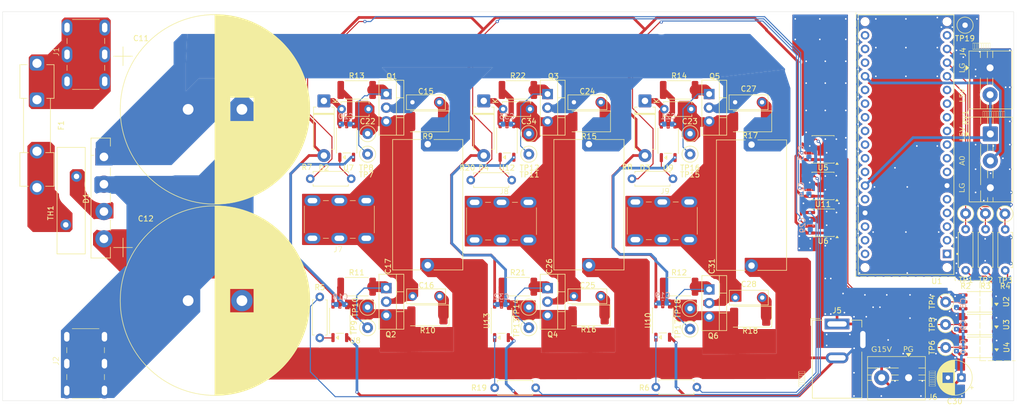
<source format=kicad_pcb>
(kicad_pcb (version 20241229) (generator "pcbnew") (generator_version "9.0")
  (layers (0 "F.Cu" signal) (2 "B.Cu" signal) (13 "F.Paste" user) (15 "B.Paste" user) (5 "F.SilkS" user "F.Silkscreen") (7 "B.SilkS" user "B.Silkscreen") (1 "F.Mask" user) (3 "B.Mask" user) (25 "Edge.Cuts" user))
  (net 0 "")
  (net 1 "Net-(J2-Pin_1)")
  (net 2 "PG")
  (net 3 "G15V")
  (net 4 "Net-(D1-+)")
  (net 5 "Net-(C15-Pad2)")
  (net 6 "Net-(C16-Pad2)")
  (net 7 "S_{UH}")
  (net 8 "Net-(D2-K)")
  (net 9 "S_{WH}")
  (net 10 "Net-(D3-K)")
  (net 11 "Net-(C24-Pad2)")
  (net 12 "Net-(C25-Pad2)")
  (net 13 "S_{VH}")
  (net 14 "Net-(C27-Pad2)")
  (net 15 "Net-(C28-Pad2)")
  (net 16 "Net-(D4-K)")
  (net 17 "Net-(D1-Pad3)")
  (net 18 "Net-(J1-Pin_1)")
  (net 19 "L5V")
  (net 20 "LG")
  (net 21 "G_{UH}")
  (net 22 "G_{UL}")
  (net 23 "U_{LOGIC}")
  (net 24 "Net-(R2-Pad2)")
  (net 25 "V_{LOGIC}")
  (net 26 "Net-(R3-Pad2)")
  (net 27 "W_{LOGIC}")
  (net 28 "Net-(R4-Pad2)")
  (net 29 "Net-(R5-Pad2)")
  (net 30 "Net-(U5-LO)")
  (net 31 "Net-(R6-Pad2)")
  (net 32 "Net-(U6-LO)")
  (net 33 "Net-(R7-Pad2)")
  (net 34 "Net-(U5-HO)")
  (net 35 "Net-(R8-Pad2)")
  (net 36 "Net-(U6-HO)")
  (net 37 "Net-(R11-Pad1)")
  (net 38 "G_{WL}")
  (net 39 "Net-(R12-Pad1)")
  (net 40 "Net-(R13-Pad1)")
  (net 41 "Net-(R14-Pad1)")
  (net 42 "G_{WH}")
  (net 43 "Net-(U11-LO)")
  (net 44 "Net-(R19-Pad2)")
  (net 45 "Net-(U11-HO)")
  (net 46 "Net-(R20-Pad2)")
  (net 47 "G_{VL}")
  (net 48 "Net-(R21-Pad1)")
  (net 49 "Net-(R22-Pad1)")
  (net 50 "G_{VH}")
  (net 51 "Net-(U1-A0)")
  (net 77 "U")
  (net 78 "V")
  (net 79 "W")
  (net 80 "Net-(F1-Pad2)")
  (footprint "TestPoint:TestPoint_Loop_D2.50mm_Drill1.0mm" (layer "F.Cu") (at 218.059 49.9618)
    (property "Reference" "TP3")
    (property "Value" "TestPoint")
  )
  (footprint "Package_SO:SOIC-8_3.9x4.9mm_P1.27mm" (layer "F.Cu") (at 184.2262 44.7715 180)
    (property "Reference" "U11")
    (property "Value" "IR2302")
  )
  (footprint "TestPoint:TestPoint_Loop_D2.50mm_Drill1.0mm" (layer "F.Cu") (at 210.7438 49.911)
    (property "Reference" "TP1")
    (property "Value" "TestPoint")
  )
  (footprint "TestPoint:TestPoint_Loop_D2.50mm_Drill1.0mm" (layer "F.Cu") (at 159.512 35.052)
    (property "Reference" "TP16")
    (property "Value" "TestPoint")
  )
  (footprint "Diode_THT:D_DO-15_P10.16mm_Horizontal" (layer "F.Cu") (at 121.158 28.956 -90)
    (property "Reference" "D4")
    (property "Value" "UF2010")
  )
  (footprint "Resistor_THT:R_Axial_DIN0207_L6.3mm_D2.5mm_P7.62mm_Horizontal" (layer "F.Cu") (at 160.782 82.169 180)
    (property "Reference" "R6")
    (property "Value" "1k")
  )
  (footprint "project:AK-PCB-20(632F)" (layer "F.Cu") (at 149.352 47.752)
    (property "Reference" "J9")
    (property "Value" "W")
  )
  (footprint "Capacitor_THT:CP_Radial_D35.0mm_P10.00mm_SnapIn" (layer "F.Cu") (at 66.2 66.0908)
    (property "Reference" "C12")
    (property "Value" "470u")
  )
  (footprint "TestPoint:TestPoint_Loop_D2.50mm_Drill1.0mm" (layer "F.Cu") (at 159.512 67.564)
    (property "Reference" "TP18")
    (property "Value" "TestPoint")
  )
  (footprint "TerminalBlock:TerminalBlock_MaiXu_MX126-5.0-02P_1x02_P5.00mm" (layer "F.Cu") (at 200.1378 80.4156 180)
    (property "Reference" "J6")
    (property "Value" "Terminal_Block")
  )
  (footprint "Resistor_SMD:R_2512_6332Metric" (layer "F.Cu") (at 157.48 26.924)
    (property "Reference" "R14")
    (property "Value" "10")
  )
  (footprint "Package_TO_SOT_THT:TO-220-3_Vertical" (layer "F.Cu") (at 133.026 27.686 -90)
    (property "Reference" "Q3")
    (property "Value" "TK10A60D")
  )
  (footprint "project:AK-PCB-20(632F)" (layer "F.Cu") (at 119.46 47.818)
    (property "Reference" "J8")
    (property "Value" "V")
  )
  (footprint "Fuse:Fuseholder_Clip-5x20mm_Keystone_3517_Inline_P23.11x6.76mm_D1.70mm_Horizontal" (layer "F.Cu") (at 38.1 21.973 -90)
    (property "Reference" "F1")
    (property "Value" "250V 5A")
  )
  (footprint "project:TLP152" (layer "F.Cu") (at 213.3971 74.7776 180)
    (property "Reference" "U4")
    (property "Value" "TLP152")
  )
  (footprint "TestPoint:TestPoint_Loop_D2.50mm_Drill1.0mm" (layer "F.Cu") (at 99.568 35.052)
    (property "Reference" "TP8")
    (property "Value" "TestPoint")
  )
  (footprint "TestPoint:TestPoint_Loop_D2.50mm_Drill1.0mm" (layer "F.Cu") (at 99.568 71.12)
    (property "Reference" "TP9")
    (property "Value" "TestPoint")
  )
  (footprint "project:TLP152" (layer "F.Cu") (at 213.36 66.3194 180)
    (property "Reference" "U2")
    (property "Value" "TLP152")
  )
  (footprint "Diode_SMD:D_2512_6332Metric_Pad1.52x3.35mm_HandSolder" (layer "F.Cu") (at 140.716 32.766 180)
    (property "Reference" "R15")
    (property "Value" "10")
  )
  (footprint "Package_SO:SOIC-8_3.9x4.9mm_P1.27mm" (layer "F.Cu") (at 184.2628 51.6128 180)
    (property "Reference" "U6")
    (property "Value" "IR2302")
  )
  (footprint "Diode_THT:D_DO-15_P10.16mm_Horizontal" (layer "F.Cu") (at 151.13 28.956 -90)
    (property "Reference" "D3")
    (property "Value" "UF2010")
  )
  (footprint "Diode_SMD:D_2512_6332Metric_Pad1.52x3.35mm_HandSolder" (layer "F.Cu") (at 110.6585 32.766 180)
    (property "Reference" "R9")
    (property "Value" "10")
  )
  (footprint "project:TLP152" (layer "F.Cu") (at 154.432 69.7855 90)
    (property "Reference" "U10")
    (property "Value" "TLP152")
  )
  (footprint "Resistor_SMD:R_2512_6332Metric" (layer "F.Cu") (at 127.508 63.5)
    (property "Reference" "R21")
    (property "Value" "10")
  )
  (footprint "Connector_BarrelJack:BarrelJack_GCT_DCJ200-10-A_Horizontal" (layer "F.Cu") (at 186.843 70.4298)
    (property "Reference" "J5")
    (property "Value" "Jack_DC")
  )
  (footprint "TestPoint:TestPoint_Loop_D2.50mm_Drill1.0mm" (layer "F.Cu") (at 210.6422 14.8844)
    (property "Reference" "TP19")
    (property "Value" "TestPoint")
  )
  (footprint "project:TLP152" (layer "F.Cu") (at 95.6725 36.322 90)
    (property "Reference" "U7")
    (property "Value" "TLP152")
  )
  (footprint "TestPoint:TestPoint_Loop_D2.50mm_Drill1.0mm" (layer "F.Cu") (at 129.54 35.052)
    (property "Reference" "TP12")
    (property "Value" "TestPoint")
  )
  (footprint "Resistor_THT:R_Axial_DIN0207_L6.3mm_D2.5mm_P7.62mm_Horizontal" (layer "F.Cu") (at 148.717 43.434)
    (property "Reference" "R8")
    (property "Value" "1k")
  )
  (footprint "Package_TO_SOT_THT:TO-220-3_Vertical" (layer "F.Cu") (at 133.026 63.754 -90)
    (property "Reference" "Q4")
    (property "Value" "TK10A60D")
  )
  (footprint "Resistor_THT:R_Axial_DIN0207_L6.3mm_D2.5mm_P7.62mm_Horizontal" (layer "F.Cu") (at 90.678 65.405 -90)
    (property "Reference" "R5")
    (property "Value" "1k")
  )
  (footprint "Resistor_SMD:R_2512_6332Metric" (layer "F.Cu") (at 97.536 63.5)
    (property "Reference" "R11")
    (property "Value" "10")
  )
  (footprint "Capacitor_THT:C_Disc_D7.0mm_W2.5mm_P5.00mm" (layer "F.Cu") (at 107.9045 29.21)
    (property "Reference" "C15")
    (property "Value" "470p")
  )
  (footprint "Diode_THT:Diode_Bridge_Vishay_GBU" (layer "F.Cu") (at 50.546 39.37 -90)
    (property "Reference" "D1")
    (property "Value" "GBU8D")
  )
  (footprint "project:TLP152" (layer "F.Cu") (at 124.46 69.85 90)
    (property "Reference" "U13")
    (property "Value" "TLP152")
  )
  (footprint "TestPoint:TestPoint_Loop_D2.50mm_Drill1.0mm" (layer "F.Cu") (at 159.512 71.374)
    (property "Reference" "TP17")
    (property "Value" "TestPoint")
  )
  (footprint "Resistor_THT:R_Axial_DIN0207_L6.3mm_D2.5mm_P7.62mm_Horizontal" (layer "F.Cu") (at 88.9 43.434)
    (property "Reference" "R7")
    (property "Value" "1k")
  )
  (footprint "Capacitor_THT:C_Disc_D7.0mm_W2.5mm_P5.00mm" (layer "F.Cu") (at 167.934 65.532)
    (property "Reference" "C28")
    (property "Value" "470p")
  )
  (footprint "project:TLP152" (layer "F.Cu") (at 155.448 36.3865 90)
    (property "Reference" "U9")
    (property "Value" "TLP152")
  )
  (footprint "MountingHole:MountingHole_3.2mm_M3" (layer "F.Cu") (at 34.7 81.7)
    (property "Reference" "REF**" (hide yes))
    (property "Value" "MountingHole_3.2mm_M3" (hide yes))
  )
  (footprint "Capacitor_THT:C_Disc_D7.0mm_W2.5mm_P5.00mm" (layer "F.Cu") (at 137.922 29.21)
    (property "Reference" "C24")
    (property "Value" "470p")
  )
  (footprint "Resistor_SMD:R_2512_6332Metric" (layer "F.Cu") (at 157.48 63.5)
    (property "Reference" "R12")
    (property "Value" "10")
  )
  (footprint "Capacitor_THT:C_Rect_L24.0mm_W12.8mm_P22.50mm_MKT" (layer "F.Cu") (at 170.942 37.084 -90)
    (property "Reference" "C31")
    (property "Value" "1u")
  )
  (footprint "Capacitor_THT:C_Disc_D5.0mm_W2.5mm_P5.00mm" (layer "F.Cu") (at 129.754 30.48 180)
    (property "Reference" "C34")
    (property "Value" "10u")
  )
  (footprint "Resistor_THT:R_Axial_DIN0207_L6.3mm_D2.5mm_P7.62mm_Horizontal" (layer "F.Cu") (at 214.4522 52.832 -90)
    (property "Reference" "R3")
    (property "Value" "330")
  )
  (footprint "Diode_SMD:D_2512_6332Metric_Pad1.52x3.35mm_HandSolder" (layer "F.Cu") (at 110.6835 68.834 180)
    (property "Reference" "R10")
    (property "Value" "10")
  )
  (footprint "TestPoint:TestPoint_Loop_D2.50mm_Drill1.0mm" (layer "F.Cu") (at 99.568 67.31)
    (property "Reference" "TP10")
    (property "Value" "TestPoint")
  )
  (footprint "project:TLP152" (layer "F.Cu") (at 94.4025 69.85 90)
    (property "Reference" "U8")
    (property "Value" "TLP152")
  )
  (footprint "project:NTPAN1R0LDKB0" (layer "F.Cu") (at 44.45 51.998 90)
    (property "Reference" "TH1")
    (property "Value" "Thermistor_NTC_US")
  )
  (footprint "Resistor_THT:R_Axial_DIN0207_L6.3mm_D2.5mm_P7.62mm_Horizontal" (layer "F.Cu") (at 118.745 43.688)
    (property "Reference" "R20")
    (property "Value" "1k")
  )
  (footprint "project:AK-PCB-20(632F)" (layer "F.Cu") (at 43.688 25.32 90)
    (property "Reference" "J1")
    (property "Value" "L")
  )
  (footprint "TestPoint:TestPoint_Loop_D2.50mm_Drill1.0mm" (layer "F.Cu") (at 129.54 67.31 -90)
    (property "Reference" "TP14")
    (property "Value" "TestPoint")
  )
  (footprint "project:TLP152" (layer "F.Cu") (at 213.36 70.5358 180)
    (property "Reference" "U3")
    (property "Value" "TLP152")
  )
  (footprint "Diode_SMD:D_2512_6332Metric_Pad1.52x3.35mm_HandSolder" (layer "F.Cu") (at 140.6555 68.834 180)
    (property "Reference" "R16")
    (property "Value" "10")
  )
  (footprint "TerminalBlock:TerminalBlock_MaiXu_MX126-5.0-03P_1x03_P5.00mm" (layer "F.Cu") (at 215.3412 35.1028 -90)
    (property "Reference" "RV1")
    (property "Value" "1k")
  )
  (footprint "Resistor_THT:R_Axial_DIN0207_L6.3mm_D2.5mm_P7.62mm_Horizontal" (layer "F.Cu") (at 210.7438 52.832 -90)
    (property "Reference" "R2")
    (property "Value" "330")
  )
  (footprint "project:TLP152" (layer "F.Cu") (at 125.476 36.322 90)
    (property "Reference" "U12")
    (property "Value" "TLP152")
  )
  (footprint "Package_TO_SOT_THT:TO-220-3_Vertical" (layer "F.Cu") (at 103.0385 27.686 -90)
    (property "Reference" "Q1")
    (property "Value" "TK10A60D")
  )
  (footprint "Package_SO:SOIC-8_3.9x4.9mm_P1.27mm" (layer "F.Cu") (at 184.2404 37.973 180)
    (property "Reference" "U5")
    (property "Value" "IR2302")
  )
  (footprint "TerminalBlock:TerminalBlock_MaiXu_MX126-5.0-02P_1x02_P5.00mm" (layer "F.Cu") (at 215.2904 22.813 -90)
    (property "Reference" "J4")
    (property "Value" "Terminal_Block")
  )
  (footprint "Capacitor_THT:C_Rect_L24.0mm_W12.8mm_P22.50mm_MKT" (layer "F.Cu") (at 110.744 37.01 -90)
    (property "Reference" "C17")
    (property "Value" "1u")
  )
  (footprint "TestPoint:TestPoint_Loop_D2.50mm_Drill1.0mm" (layer "F.Cu") (at 207.0354 66.3448 -90)
    (property "Reference" "TP4")
    (property "Value" "TestPoint")
  )
  (footprint "Capacitor_THT:C_Disc_D5.0mm_W2.5mm_P5.00mm" (layer "F.Cu") (at 159.726 30.48 180)
    (property "Reference" "C23")
    (property "Value" "10u")
  )
  (footprint "Package_TO_SOT_THT:TO-220-3_Vertical" (layer "F.Cu") (at 163.068 64.008 -90)
    (property "Reference" "Q6")
    (property "Value" "TK10A60D")
  )
  (footprint "TestPoint:TestPoint_Loop_D2.50mm_Drill1.0mm" (layer "F.Cu") (at 159.512 38.862)
    (property "Reference" "TP15")
    (property "Value" "TestPoint")
  )
  (footprint "TestPoint:TestPoint_Loop_D2.50mm_Drill1.0mm" (layer "F.Cu") (at 207.0354 74.803 -90)
    (property "Reference" "TP6")
    (property "Value" "TestPoint")
  )
  (footprint "TestPoint:TestPoint_Loop_D2.50mm_Drill1.0mm" (layer "F.Cu") (at 129.54 38.862)
    (property "Reference" "TP11")
    (property "Value" "TestPoint")
  )
  (footprint "Capacitor_THT:C_Rect_L24.0mm_W12.8mm_P22.50mm_MKT" (layer "F.Cu") (at 140.716 37.01 -90)
    (property "Reference" "C26")
    (property "Value" "1u")
  )
  (footprint "Diode_THT:D_DO-15_P10.16mm_Horizontal" (layer "F.Cu") (at 91.44 28.956 -90)
    (property "Reference" "D2")
    (property "Value" "UF2010")
  )
  (footprint "project:ARDUINO_A000053" (layer "F.Cu") (at 199.6694 37.084 180)
    (property "Reference" "U1")
    (property "Value" "Arduino Micro")
  )
  (footprint "MountingHole:MountingHole_3.2mm_M3" (layer "F.Cu") (at 216.7 81.7)
    (property "Reference" "REF**" (hide yes))
    (property "Value" "MountingHole_3.2mm_M3" (hide yes))
  )
  (footprint "Resistor_THT:R_Axial_DIN0207_L6.3mm_D2.5mm_P7.62mm_Horizontal" (layer "F.Cu") (at 218.1098 52.8574 -90)
    (property "Reference" "R4")
    (property "Value" "330")
  )
  (footprint "MountingHole:MountingHole_3.2mm_M3" (layer "F.Cu") (at 216.7 15.7)
    (property "Reference" "REF**" (hide yes))
    (property "Value" "MountingHole_3.2mm_M3" (hide yes))
  )
  (footprint "Diode_SMD:D_2512_6332Metric_Pad1.52x3.35mm_HandSolder" (layer "F.Cu") (at 170.688 32.766 180)
    (property "Reference" "R17")
    (property "Value" "10")
  )
  (footprint "Capacitor_THT:CP_Radial_D35.0mm_P10.00mm_SnapIn" (layer "F.Cu") (at 66.2 30.5308)
    (property "Reference" "C11")
    (property "Value" "470u")
  )
  (footprint "Capacitor_THT:C_Disc_D7.0mm_W2.5mm_P5.00mm" (layer "F.Cu") (at 137.922 65.278)
    (property "Reference" "C25")
    (property "Value" "470p")
  )
  (footprint "TestPoint:TestPoint_Loop_D2.50mm_Drill1.0mm" (layer "F.Cu") (at 214.4268 49.911)
    (property "Reference" "TP2")
    (property "Value" "TestPoint")
  )
  (footprint "MountingHole:MountingHole_3.2mm_M3" (layer "F.Cu") (at 34.7 15.7)
    (property "Reference" "REF**" (hide yes))
    (property "Value" "MountingHole_3.2mm_M3" (hide yes))
  )
  (footprint "TestPoint:TestPoint_Loop_D2.50mm_Drill1.0mm" (layer "F.Cu") (at 207.01 70.5358)
    (property "Reference" "TP5")
    (property "Value" "TestPoint")
  )
  (footprint "Capacitor_THT:C_Disc_D7.0mm_W2.5mm_P5.00mm" (layer "F.Cu") (at 107.95 65.278)
    (property "Reference" "C16")
    (property "Value" "470p")
  )
  (footprint "Resistor_THT:R_Axial_DIN0207_L6.3mm_D2.5mm_P7.62mm_Horizontal" (layer "F.Cu") (at 130.81 82.296 180)
    (property "Reference" "R19")
    (property "Value" "1k")
  )
  (footprint "project:AK-PCB-20(632F)" (layer "F.Cu") (at 43.642 82.804 90)
    (property "Reference" "J2")
    (property "Value" "N")
  )
  (footprint "project:AK-PCB-20(632F)" (layer "F.Cu") (at 89.314 47.498)
    (property "Reference" "J7")
    (property "Value" "U")
  )
  (footprint "Capacitor_THT:C_Disc_D7.0mm_W2.5mm_P5.00mm" (layer "F.Cu") (at 167.894 29.21)
    (property "Reference" "C27")
    (property "Value" "470p")
  )
  (footprint "Package_TO_SOT_THT:TO-220-3_Vertical" (layer "F.Cu") (at 103.0385 63.754 -90)
    (property "Reference" "Q2")
    (property "Value" "TK10A60D")
  )
  (footprint "TestPoint:TestPoint_Loop_D2.50mm_Drill1.0mm" (layer "F.Cu") (at 129.54 71.12 -90)
    (property "Reference" "TP13")
    (property "Value" "TestPoint")
  )
  (footprint "Diode_SMD:D_2512_6332Metric_Pad1.52x3.35mm_HandSolder" (layer "F.Cu") (at 170.688 69.088 180)
    (property "Reference" "R18")
    (property "Value" "10")
  )
  (footprint "Capacitor_THT:CP_Radial_D6.3mm_P2.50mm" (layer "F.Cu") (at 209.9564 80.4164 180)
    (property "Reference" "C30")
    (property "Value" "100u")
  )
  (footprint "Resistor_SMD:R_2512_6332Metric" (layer "F.Cu") (at 97.536 26.924)
    (property "Reference" "R13")
    (property "Value" "10")
  )
  (footprint "Resistor_SMD:R_2512_6332Metric" (layer "F.Cu") (at 127.508 26.924)
    (property "Reference" "R22")
    (property "Value" "10")
  )
  (footprint "Capacitor_THT:C_Disc_D5.0mm_W2.5mm_P5.00mm" (layer "F.Cu") (at 99.7365 30.48 180)
    (property "Reference" "C22")
    (property "Value" "10u")
  )
  (footprint "TestPoint:TestPoint_Loop_D2.50mm_Drill1.0mm" (layer "F.Cu") (at 99.568 38.862)
    (property "Reference" "TP7")
    (property "Value" "TestPoint")
  )
  (footprint "Package_TO_SOT_THT:TO-220-3_Vertical" (layer "F.Cu") (at 163.068 27.686 -90)
    (property "Reference" "Q5")
    (property "Value" "TK10A60D")
  )
  (footprint "Capacitor_SMD:C_0603_1608Metric" (layer "B.Cu") (at 181.61 38.608 -90)
    (property "Reference" "C13")
    (property "Value" "0.1u")
  )
  (footprint "Capacitor_SMD:C_0603_1608Metric" (layer "B.Cu") (at 95.504 33.274 180)
    (property "Reference" "C20")
    (property "Value" "0.1u")
  )
  (footprint "Capacitor_SMD:C_0603_1608Metric" (layer "B.Cu") (at 94.501 66.802 180)
    (property "Reference" "C18")
    (property "Value" "0.1u")
  )
  (footprint "Capacitor_SMD:C_0603_1608Metric" (layer "B.Cu") (at 181.61 45.453 -90)
    (property "Reference" "C14")
    (property "Value" "0.1u")
  )
  (footprint "Capacitor_SMD:C_0603_1608Metric" (layer "B.Cu") (at 124.447 66.802 180)
    (property "Reference" "C32")
    (property "Value" "0.1u")
  )
  (footprint "Capacitor_SMD:C_0603_1608Metric" (layer "B.Cu") (at 209.042 70.625 -90)
    (property "Reference" "C9")
    (property "Value" "0.1u")
  )
  (footprint "Capacitor_SMD:C_0603_1608Metric" (layer "B.Cu") (at 209.042 74.689 -90)
    (property "Reference" "C10")
    (property "Value" "0.1u")
  )
  (footprint "Capacitor_SMD:C_0603_1608Metric" (layer "B.Cu") (at 125.476 33.274 180)
    (property "Reference" "C33")
    (property "Value" "0.1u")
  )
  (footprint "Capacitor_SMD:C_0603_1608Metric" (layer "B.Cu") (at 154.432 66.548 180)
    (property "Reference" "C19")
    (property "Value" "0.1u")
  )
  (footprint "Capacitor_SMD:C_0603_1608Metric" (layer "B.Cu") (at 181.864 52.07 -90)
    (property "Reference" "C29")
    (property "Value" "0.1u")
  )
  (footprint "Capacitor_SMD:C_0603_1608Metric" (layer "B.Cu") (at 209.042 66.548 -90)
    (property "Reference" "C8")
    (property "Value" "0.1u")
  )
  (footprint "Capacitor_SMD:C_0603_1608Metric" (layer "B.Cu") (at 155.448 33.274 180)
    (property "Reference" "C21")
    (property "Value" "0.1u")
  )
  (gr_line (start 213.4108 77.2668) (end 213.4108 62.357) (stroke (width 0.1) (type dash)) (layer "F.SilkS"))
  (gr_line (start 213.4108 77.2668) (end 219.964 77.2668) (stroke (width 0.1) (type dash)) (layer "F.SilkS"))
  (gr_line (start 208.788 62.357) (end 208.788 61.6458) (stroke (width 0.1) (type dash)) (layer "F.SilkS"))
  (gr_line (start 208.788 61.6458) (end 190.3476 61.6458) (stroke (width 0.1) (type dash)) (layer "F.SilkS"))
  (gr_line (start 213.4108 62.357) (end 208.788 62.357) (stroke (width 0.1) (type dash)) (layer "F.SilkS"))
  (gr_line (start 190.3476 61.6458) (end 190.373 12.3952) (stroke (width 0.1) (type dash)) (layer "F.SilkS"))
  (gr_rect (start 31.7 12.4) (end 219.7 84.7) (stroke (width 0.05)) (fill no) (layer "Edge.Cuts"))
  (gr_text "A0" (at 210.7438 40.0812 90) (layer "F.SilkS") (effects (font (size 1 1) (thickness 0.1)) (justify bottom)))
  (gr_text "LG" (at 210.7438 22.8092 90) (layer "F.SilkS") (effects (font (size 1 1) (thickness 0.1)) (justify bottom)))
  (gr_text "ゲート電源入力" (at 205.0796 80.5942 90) (layer "F.SilkS") (effects (font (size 1 0.5) (thickness 0.1)) (justify bottom)))
  (gr_text "PG" (at 200.1012 75.7682 0) (layer "F.SilkS") (effects (font (size 1 1) (thickness 0.1)) (justify bottom)))
  (gr_text "G15V" (at 195.1228 75.7936 0) (layer "F.SilkS") (effects (font (size 1 1) (thickness 0.1)) (justify bottom)))
  (gr_text "ロジック電源入力" (at 213.6902 19.3294 0) (layer "F.SilkS") (effects (font (size 1 0.5) (thickness 0.1)) (justify bottom)))
  (gr_text "L5V" (at 210.7692 35.0774 90) (layer "F.SilkS") (effects (font (size 1 1) (thickness 0.1)) (justify bottom)))
  (gr_text "L5V" (at 210.7438 27.9146 90) (layer "F.SilkS") (effects (font (size 1 1) (thickness 0.1)) (justify bottom)))
  (gr_text "周波数指令用可変抵抗" (at 215.9762 32.004 0) (layer "F.SilkS") (effects (font (size 1 0.5) (thickness 0.1)) (justify bottom)))
  (gr_text "LG" (at 210.7184 45.1104 90) (layer "F.SilkS") (effects (font (size 1 1) (thickness 0.1)) (justify bottom)))
  (gr_text "ゲート電源入力" (at 180.8226 80.6704 90) (layer "F.SilkS") (effects (font (size 1 0.5) (thickness 0.1)) (justify bottom)))
  (segment (start 95.6725 72.9625) (end 95.9495 72.9625) (width 0.5) (layer "F.Cu") (net 2))
  (segment (start 186.843 76.7298) (end 180.5904 76.7298) (width 0.5) (layer "F.Cu") (net 2))
  (segment (start 158.5468 83.7692) (end 179.8036 83.7692) (width 0.5) (layer "F.Cu") (net 2))
  (segment (start 178.385 75.388) (end 177.927 74.93) (width 0.25) (layer "F.Cu") (net 2))
  (segment (start 156.6946 39.499) (end 156.6926 39.497) (width 0.5) (layer "F.Cu") (net 2))
  (segment (start 97.5868 83.0834) (end 98.2726 83.7692) (width 0.5) (layer "F.Cu") (net 2))
  (segment (start 126.1501 72.9625) (end 126.7714 73.5838) (width 0.5) (layer "F.Cu") (net 2))
  (segment (start 180.5904 76.7298) (end 180.4416 76.581) (width 0.5) (layer "F.Cu") (net 2))
  (segment (start 208.788 65.278) (end 209.296 65.278) (width 0.5) (layer "F.Cu") (net 2))
  (segment (start 210.2475 69.2658) (end 209.4738 69.2658) (width 0.5) (layer "F.Cu") (net 2))
  (segment (start 155.8798 72.898) (end 156.8958 73.914) (width 0.5) (layer "F.Cu") (net 2))
  (segment (start 155.702 72.898) (end 155.8798 72.898) (width 0.5) (layer "F.Cu") (net 2))
  (segment (start 125.73 72.9625) (end 126.1501 72.9625) (width 0.5) (layer "F.Cu") (net 2))
  (segment (start 209.296 65.278) (end 210.0189 65.278) (width 0.5) (layer "F.Cu") (net 2))
  (segment (start 157.2514 82.4738) (end 158.5468 83.7692) (width 0.5) (layer "F.Cu") (net 2))
  (segment (start 126.746 39.4345) (end 126.746 39.4716) (width 0.5) (layer "F.Cu") (net 2))
  (segment (start 126.6444 82.8802) (end 127.5334 83.7692) (width 0.5) (layer "F.Cu") (net 2))
  (segment (start 156.718 39.499) (end 156.6946 39.499) (width 0.5) (layer "F.Cu") (net 2))
  (segment (start 209.4738 69.2658) (end 209.042 68.834) (width 0.5) (layer "F.Cu") (net 2))
  (segment (start 95.9495 72.9625) (end 96.6978 73.7108) (width 0.5) (layer "F.Cu") (net 2))
  (segment (start 210.0189 65.278) (end 210.2475 65.0494) (width 0.5) (layer "F.Cu") (net 2))
  (segment (start 96.9425 39.4345) (end 96.8893 39.4345) (width 0.5) (layer "F.Cu") (net 2))
  (segment (start 98.2726 83.7692) (end 127.5334 83.7692) (width 0.5) (layer "F.Cu") (net 2))
  (segment (start 96.8893 39.4345) (end 96.8756 39.4208) (width 0.5) (layer "F.Cu") (net 2))
  (segment (start 127.5334 83.7692) (end 158.5468 83.7692) (width 0.5) (layer "F.Cu") (net 2))
  (segment (start 179.8036 83.7692) (end 186.843 76.7298) (width 0.5) (layer "F.Cu") (net 2))
  (via (at 155.702 66.673) (size 0.6) (drill 0.3) (layers "F.Cu" "B.Cu") (net 2))
  (via (at 202.438 83.82) (size 0.6) (drill 0.3) (layers "F.Cu" "B.Cu") (net 2))
  (via (at 184.912 49.53) (size 0.6) (drill 0.3) (layers "F.Cu" "B.Cu") (net 2))
  (via (at 184.912 74.422) (size 0.6) (drill 0.3) (layers "F.Cu" "B.Cu") (net 2))
  (via (at 204.216 69.342) (size 0.6) (drill 0.3) (layers "F.Cu" "B.Cu") (net 2))
  (via (at 208.788 65.278) (size 0.6) (drill 0.3) (layers "F.Cu" "B.Cu") (net 2))
  (via (at 185.674 61.976) (size 0.6) (drill 0.3) (layers "F.Cu" "B.Cu") (net 2))
  (via (at 184.658 25.654) (size 0.6) (drill 0.3) (layers "F.Cu" "B.Cu") (net 2))
  (via (at 189.23 72.39) (size 0.6) (drill 0.3) (layers "F.Cu" "B.Cu") (net 2))
  (via (at 179.832 54.102) (size 0.6) (drill 0.3) (layers "F.Cu" "B.Cu") (net 2))
  (via (at 181.7878 50.9778) (size 0.6) (drill 0.3) (layers "F.Cu" "B.Cu") (net 2))
  (via (at 210.2475 65.0494) (size 0.6) (drill 0.3) (layers "F.Cu" "B.Cu") (net 2))
  (via (at 180.594 48.006) (size 0.6) (drill 0.3) (layers "F.Cu" "B.Cu") (net 2))
  (via (at 186.7012 42.8665) (size 0.6) (drill 0.3) (layers "F.Cu" "B.Cu") (net 2))
  (via (at 190.0174 74.9554) (size 0.6) (drill 0.3) (layers "F.Cu" "B.Cu") (net 2))
  (via (at 188.214 68.326) (size 0.6) (drill 0.3) (layers "F.Cu" "B.Cu") (net 2))
  (via (at 188.468 35.814) (size 0.6) (drill 0.3) (layers "F.Cu" "B.Cu") (net 2))
  (via (at 126.6444 82.8802) (size 0.6) (drill 0.3) (layers "F.Cu" "B.Cu") (net 2))
  (via (at 188.468 21.59) (size 0.6) (drill 0.3) (layers "F.Cu" "B.Cu") (net 2))
  (via (at 196.088 65.024) (size 0.6) (drill 0.3) (layers "F.Cu" "B.Cu") (net 2))
  (via (at 193.548 67.31) (size 0.6) (drill 0.3) (layers "F.Cu" "B.Cu") (net 2))
  (via (at 200.406 65.024) (size 0.6) (drill 0.3) (layers "F.Cu" "B.Cu") (net 2))
  (via (at 184.658 30.734) (size 0.6) (drill 0.3) (layers "F.Cu" "B.Cu") (net 2))
  (via (at 185.674 68.58) (size 0.6) (drill 0.3) (layers "F.Cu" "B.Cu") (net 2))
  (via (at 156.6926 39.497) (size 0.6) (drill 0.3) (layers "F.Cu" "B.Cu") (net 2))
  (via (at 205.232 69.596) (size 0.6) (drill 0.3) (layers "F.Cu" "B.Cu") (net 2))
  (via (at 181.102 21.59) (size 0.6) (drill 0.3) (layers "F.Cu" "B.Cu") (net 2))
  (via (at 208.788 78.994) (size 0.6) (drill 0.3) (layers "F.Cu" "B.Cu") (net 2))
  (via (at 179.832 56.388) (size 0.6) (drill 0.3) (layers "F.Cu" "B.Cu") (net 2))
  (via (at 183.642 17.526) (size 0.6) (drill 0.3) (layers "F.Cu" "B.Cu") (net 2))
  (via (at 179.07 13.716) (size 0.6) (drill 0.3) (layers "F.Cu" "B.Cu") (net 2))
  (via (at 187.198 48.006) (size 0.6) (drill 0.3) (layers "F.Cu" "B.Cu") (net 2))
  (via (at 126.7714 73.5838) (size 0.6) (drill 0.3) (layers "F.Cu" "B.Cu") (net 2))
  (via (at 192.278 69.088) (size 0.6) (drill 0.3) (layers "F.Cu" "B.Cu") (net 2))
  (via (at 125.73 66.7375) (size 0.6) (drill 0.3) (layers "F.Cu" "B.Cu") (net 2))
  (via (at 184.912 38.608) (size 0.6) (drill 0.3) (layers "F.Cu" "B.Cu") (net 2))
  (via (at 184.658 21.59) (size 0.6) (drill 0.3) (layers "F.Cu" "B.Cu") (net 2))
  (via (at 184.912 72.39) (size 0.6) (drill 0.3) (layers "F.Cu" "B.Cu") (net 2))
  (via (at 188.468 37.973) (size 0.6) (drill 0.3) (layers "F.Cu" "B.Cu") (net 2))
  (via (at 184.658 68.58) (size 0.6) (drill 0.3) (layers "F.Cu" "B.Cu") (net 2))
  (via (at 181.102 25.654) (size 0.6) (drill 0.3) (layers "F.Cu" "B.Cu") (net 2))
  (via (at 196.596 78.486) (size 0.6) (drill 0.3) (layers "F.Cu" "B.Cu") (net 2))
  (via (at 188.468 25.654) (size 0.6) (drill 0.3) (layers "F.Cu" "B.Cu") (net 2))
  (via (at 181.864 54.61) (size 0.6) (drill 0.3) (layers "F.Cu" "B.Cu") (net 2))
  (via (at 181.102 34.798) (size 0.6) (drill 0.3) (layers "F.Cu" "B.Cu") (net 2))
  (via (at 181.7512 44.1365) (size 0.6) (drill 0.3) (layers "F.Cu" "B.Cu") (net 2))
  (via (at 205.232 75.946) (size 0.6) (drill 0.3) (layers "F.Cu" "B.Cu") (net 2))
  (via (at 179.07 17.526) (size 0.6) (drill 0.3) (layers "F.Cu" "B.Cu") (net 2))
  (via (at 184.658 45.466) (size 0.6) (drill 0.3) (layers "F.Cu" "B.Cu") (net 2))
  (via (at 97.5868 83.0834) (size 0.6) (drill 0.3) (layers "F.Cu" "B.Cu") (net 2))
  (via (at 210.058 83.82) (size 0.6) (drill 0.3) (layers "F.Cu" "B.Cu") (net 2))
  (via (at 184.912 52.07) (size 0.6) (drill 0.3) (layers "F.Cu" "B.Cu") (net 2))
  (via (at 184.658 61.976) (size 0.6) (drill 0.3) (layers "F.Cu" "B.Cu") (net 2))
  (via (at 126.746 39.4716) (size 0.6) (drill 0.3) (layers "F.Cu" "B.Cu") (net 2))
  (via (at 202.692 81.026) (size 0.6) (drill 0.3) (layers "F.Cu" "B.Cu") (net 2))
  (via (at 189.992 79.502) (size 0.6) (drill 0.3) (layers "F.Cu" "B.Cu") (net 2))
  (via (at 196.342 73.406) (size 0.6) (drill 0.3) (layers "F.Cu" "B.Cu") (net 2))
  (via (at 186.7378 49.7078) (size 0.6) (drill 0.3) (layers "F.Cu" "B.Cu") (net 2))
  (via (at 195.072 83.82) (size 0.6) (drill 0.3) (layers "F.Cu" "B.Cu") (net 2))
  (via (at 185.674 54.61) (size 0.6) (drill 0.3) (layers "F.Cu" "B.Cu") (net 2))
  (via (at 188.468 30.734) (size 0.6) (drill 0.3) (layers "F.Cu" "B.Cu") (net 2))
  (via (at 189.992 69.088) (size 0.6) (drill 0.3) (layers "F.Cu" "B.Cu") (net 2))
  (via (at 194.818 67.31) (size 0.6) (drill 0.3) (layers "F.Cu" "B.Cu") (net 2))
  (via (at 204.216 65.024) (size 0.6) (drill 0.3) (layers "F.Cu" "B.Cu") (net 2))
  (via (at 186.7154 36.068) (size 0.6) (drill 0.3) (layers "F.Cu" "B.Cu") (net 2))
  (via (at 96.8756 39.4208) (size 0.6) (drill 0.3) (layers "F.Cu" "B.Cu") (net 2))
  (via (at 200.406 69.342) (size 0.6) (drill 0.3) (layers "F.Cu" "B.Cu") (net 2))
  (via (at 156.8958 73.914) (size 0.6) (drill 0.3) (layers "F.Cu" "B.Cu") (net 2))
  (via (at 157.2514 82.4738) (size 0.6) (drill 0.3) (layers "F.Cu" "B.Cu") (net 2))
  (via (at 184.658 55.88) (size 0.6) (drill 0.3) (layers "F.Cu" "B.Cu") (net 2))
  (via (at 181.102 30.734) (size 0.6) (drill 0.3) (layers "F.Cu" "B.Cu") (net 2))
  (via (at 181.864 56.388) (size 0.6) (drill 0.3) (layers "F.Cu" "B.Cu") (net 2))
  (via (at 96.6978 73.7108) (size 0.6) (drill 0.3) (layers "F.Cu" "B.Cu") (net 2))
  (via (at 188.468 17.526) (size 0.6) (drill 0.3) (layers "F.Cu" "B.Cu") (net 2))
  (via (at 207.772 68.072) (size 0.6) (drill 0.3) (layers "F.Cu" "B.Cu") (net 2))
  (via (at 189.992 83.82) (size 0.6) (drill 0.3) (layers "F.Cu" "B.Cu") (net 2))
  (via (at 197.612 81.026) (size 0.6) (drill 0.3) (layers "F.Cu" "B.Cu") (net 2))
  (via (at 199.136 75.946) (size 0.6) (drill 0.3) (layers "F.Cu" "B.Cu") (net 2))
  (via (at 188.468 13.716) (size 0.6) (drill 0.3) (layers "F.Cu" "B.Cu") (net 2))
  (via (at 181.7654 37.338) (size 0.6) (drill 0.3) (layers "F.Cu" "B.Cu") (net 2))
  (via (at 183.642 13.716) (size 0.6) (drill 0.3) (layers "F.Cu" "B.Cu") (net 2))
  (via (at 184.658 36.068) (size 0.6) (drill 0.3) (layers "F.Cu" "B.Cu") (net 2))
  (via (at 209.042 68.834) (size 0.6) (drill 0.3) (layers "F.Cu" "B.Cu") (net 2))
  (via (at 192.024 65.024) (size 0.6) (drill 0.3) (layers "F.Cu" "B.Cu") (net 2))
  (via (at 184.658 42.926) (size 0.6) (drill 0.3) (layers "F.Cu" "B.Cu") (net 2))
  (via (at 95.6725 66.7375) (size 0.6) (drill 0.3) (layers "F.Cu" "B.Cu") (net 2))
  (via (at 208.788 76.708) (size 0.6) (drill 0.3) (layers "F.Cu" "B.Cu") (net 2))
  (via (at 187.96 64.77) (size 0.6) (drill 0.3) (layers "F.Cu" "B.Cu") (net 2))
  (segment (start 116.9416 40.9702) (end 116.9416 41.021) (width 0.5) (layer "B.Cu") (net 2))
  (segment (start 153.0858 58.3438) (end 153.0858 58.6486) (width 0.5) (layer "B.Cu") (net 2))
  (segment (start 125.2474 40.9702) (end 116.9416 40.9702) (width 0.5) (layer "B.Cu") (net 2))
  (segment (start 156.8958 82.1182) (end 157.2514 82.4738) (width 0.5) (layer "B.Cu") (net 2))
  (segment (start 125.3346 75.0206) (end 125.3346 81.5704) (width 0.5) (layer "B.Cu") (net 2))
  (segment (start 87.0204 40.7416) (end 85.2678 42.4942) (width 0.5) (layer "B.Cu") (net 2))
  (segment (start 92.123867 40.767) (end 90.756133 40.767) (width 0.5) (layer "B.Cu") (net 2))
  (segment (start 125.222 66.802) (end 125.6655 66.802) (width 0.2) (layer "B.Cu") (net 2))
  (segment (start 209.042 65.773) (end 209.042 65.532) (width 0.5) (layer "B.Cu") (net 2))
  (segment (start 208.788 65.278) (end 208.026 64.516) (width 0.5) (layer "B.Cu") (net 2))
  (segment (start 181.864 51.295) (end 181.864 51.054) (width 0.25) (layer "B.Cu") (net 2))
  (segment (start 145.2372 56.3118) (end 146.4056 57.4802) (width 0.5) (layer "B.Cu") (net 2))
  (segment (start 92.149267 40.7416) (end 92.123867 40.767) (width 0.5) (layer "B.Cu") (net 2))
  (segment (start 96.8756 39.4208) (end 96.52 39.4208) (width 0.5) (layer "B.Cu") (net 2))
  (segment (start 181.864 51.054) (end 181.7878 50.9778) (width 0.25) (layer "B.Cu") (net 2))
  (segment (start 181.61 37.833) (end 181.61 37.4934) (width 0.25) (layer "B.Cu") (net 2))
  (segment (start 181.61 44.2777) (end 181.7512 44.1365) (width 0.25) (layer "B.Cu") (net 2))
  (segment (start 154.7368 41.4528) (end 146.5326 41.4528) (width 0.5) (layer "B.Cu") (net 2))
  (segment (start 146.5326 41.4528) (end 146.5326 41.6306) (width 0.5) (layer "B.Cu") (net 2))
  (segment (start 156.6926 39.497) (end 154.7368 41.4528) (width 0.5) (layer "B.Cu") (net 2))
  (segment (start 95.608 66.802) (end 95.6725 66.7375) (width 0.25) (layer "B.Cu") (net 2))
  (segment (start 95.276 66.802) (end 95.608 66.802) (width 0.25) (layer "B.Cu") (net 2))
  (segment (start 153.0858 58.6486) (end 155.207 60.7698) (width 0.5) (layer "B.Cu") (net 2))
  (segment (start 156.8958 73.914) (end 156.8958 82.1182) (width 0.5) (layer "B.Cu") (net 2))
  (segment (start 90.756133 40.767) (end 90.730733 40.7416) (width 0.5) (layer "B.Cu") (net 2))
  (segment (start 209.042 69.85) (end 209.042 68.834) (width 0.5) (layer "B.Cu") (net 2))
  (segment (start 117.4242 57.6326) (end 122.5042 57.6326) (width 0.5) (layer "B.Cu") (net 2))
  (segment (start 95.1992 40.7416) (end 92.149267 40.7416) (width 0.5) (layer "B.Cu") (net 2))
  (segment (start 115.2144 42.7482) (end 115.2144 55.4228) (width 0.5) (layer "B.Cu") (net 2))
  (segment (start 126.746 39.4716) (end 125.2474 40.9702) (width 0.5) (layer "B.Cu") (net 2))
  (segment (start 181.61 37.4934) (end 181.7654 37.338) (width 0.25) (layer "B.Cu") (net 2))
  (segment (start 116.9416 41.021) (end 115.2144 42.7482) (width 0.5) (layer "B.Cu") (net 2))
  (segment (start 208.026 64.516) (end 207.01 64.516) (width 0.5) (layer "B.Cu") (net 2))
  (segment (start 190.0174 74.9554) (end 191.643 73.3298) (width 0.5) (layer "B.Cu") (net 2))
  (segment (start 146.4056 57.4802) (end 152.2222 57.4802) (width 0.5) (layer "B.Cu") (net 2))
  (segment (start 155.207 60.7698) (end 155.207 66.548) (width 0.5) (layer "B.Cu") (net 2))
  (segment (start 115.2144 55.4228) (end 117.4242 57.6326) (width 0.5) (layer "B.Cu") (net 2))
  (segment (start 90.730733 40.7416) (end 87.0204 40.7416) (width 0.5) (layer "B.Cu") (net 2))
  (segment (start 122.5042 57.6326) (end 125.222 60.3504) (width 0.5) (layer "B.Cu") (net 2))
  (segment (start 152.2222 57.4802) (end 153.0858 58.3438) (width 0.5) (layer "B.Cu") (net 2))
  (segment (start 85.2678 42.4942) (end 85.2678 57.1246) (width 0.5) (layer "B.Cu") (net 2))
  (segment (start 125.3346 81.5704) (end 126.6444 82.8802) (width 0.5) (layer "B.Cu") (net 2))
  (segment (start 181.61 44.678) (end 181.61 44.2777) (width 0.25) (layer "B.Cu") (net 2))
  (segment (start 85.2678 57.1246) (end 85.5986 57.1246) (width 0.5) (layer "B.Cu") (net 2))
  (segment (start 145.2372 42.926) (end 145.2372 56.3118) (width 0.5) (layer "B.Cu") (net 2))
  (segment (start 146.5326 41.6306) (end 145.2372 42.926) (width 0.5) (layer "B.Cu") (net 2))
  (segment (start 96.6978 73.7108) (end 97.5868 74.5998) (width 0.5) (layer "B.Cu") (net 2))
  (segment (start 209.042 65.532) (end 208.788 65.278) (width 0.5) (layer "B.Cu") (net 2))
  (segment (start 85.5986 57.1246) (end 95.276 66.802) (width 0.5) (layer "B.Cu") (net 2))
  (segment (start 125.222 60.3504) (end 125.222 66.802) (width 0.5) (layer "B.Cu") (net 2))
  (segment (start 96.52 39.4208) (end 95.1992 40.7416) (width 0.5) (layer "B.Cu") (net 2))
  (segment (start 155.207 66.548) (end 155.577 66.548) (width 0.2) (layer "B.Cu") (net 2))
  (segment (start 126.7714 73.5838) (end 125.3346 75.0206) (width 0.5) (layer "B.Cu") (net 2))
  (segment (start 97.5868 74.5998) (end 97.5868 83.0834) (width 0.5) (layer "B.Cu") (net 2))
  (segment (start 125.6655 66.802) (end 125.73 66.7375) (width 0.2) (layer "B.Cu") (net 2))
  (segment (start 188.243 76.7298) (end 190.0174 74.9554) (width 0.5) (layer "B.Cu") (net 2))
  (segment (start 155.577 66.548) (end 155.702 66.673) (width 0.2) (layer "B.Cu") (net 2))
  (segment (start 186.843 76.7298) (end 188.243 76.7298) (width 0.5) (layer "B.Cu") (net 2))
  (segment (start 121.158 39.116) (end 118.7704 39.116) (width 0.5) (layer "F.Cu") (net 3))
  (segment (start 115.1636 55.4228) (end 117.3734 57.6326) (width 0.5) (layer "F.Cu") (net 3))
  (segment (start 151.13 15.7) (end 153.379 13.451) (width 0.5) (layer "F.Cu") (net 3))
  (segment (start 173.7 15.7882) (end 179.6288 21.717) (width 0.5) (layer "F.Cu") (net 3))
  (segment (start 209.042 75.438) (end 209.6516 76.0476) (width 0.5) (layer "F.Cu") (net 3))
  (segment (start 117.3734 57.6326) (end 122.5296 57.6326) (width 0.5) (layer "F.Cu") (net 3))
  (segment (start 85.2678 57.0992) (end 93.1325 64.9639) (width 0.5) (layer "F.Cu") (net 3))
  (segment (start 146.5326 57.531) (end 152.0952 57.531) (width 0.5) (layer "F.Cu") (net 3))
  (segment (start 151.13 39.116) (end 148.9456 39.116) (width 0.5) (layer "F.Cu") (net 3))
  (segment (start 173.7 15.7) (end 173.7 15.7882) (width 0.5) (layer "F.Cu") (net 3))
  (segment (start 89.7 33.185) (end 89.7 37.376) (width 0.5) (layer "F.Cu") (net 3))
  (segment (start 181.7512 46.6765) (end 186.7012 46.6765) (width 0.5) (layer "F.Cu") (net 3))
  (segment (start 153.379 13.451) (end 171.451 13.451) (width 0.5) (layer "F.Cu") (net 3))
  (segment (start 179.5232 38.919075) (end 179.1826 39.259675) (width 0.5) (layer "F.Cu") (net 3))
  (segment (start 121.1072 15.7) (end 123.3562 13.451) (width 0.5) (layer "F.Cu") (net 3))
  (segment (start 118.3894 31.75) (end 119.2276 32.5882) (width 0.5) (layer "F.Cu") (net 3))
  (segment (start 123.19 58.293) (end 123.19 66.7375) (width 0.5) (layer "F.Cu") (net 3))
  (segment (start 179.5232 21.8226) (end 179.5232 38.919075) (width 0.5) (layer "F.Cu") (net 3))
  (segment (start 209.042 71.374) (end 209.8157 71.374) (width 0.5) (layer "F.Cu") (net 3))
  (segment (start 87.8586 23.5414) (end 87.8586 31.3436) (width 0.5) (layer "F.Cu") (net 3))
  (segment (start 181.2287 53.5178) (end 181.7878 53.5178) (width 0.5) (layer "F.Cu") (net 3))
  (segment (start 97.949 13.451) (end 87.8586 23.5414) (width 0.5) (layer "F.Cu") (net 3))
  (segment (start 118.8582 13.451) (end 97.949 13.451) (width 0.5) (layer "F.Cu") (net 3))
  (segment (start 179.1826 39.259675) (end 179.1826 45.1866) (width 0.5) (layer "F.Cu") (net 3))
  (segment (start 186.7378 53.972) (end 186.843 54.0772) (width 0.5) (layer "F.Cu") (net 3))
  (segment (start 93.1325 64.9639) (end 93.1325 66.7375) (width 0.5) (layer "F.Cu") (net 3))
  (segment (start 118.7704 39.116) (end 115.1636 42.7228) (width 0.5) (layer "F.Cu") (net 3))
  (segment (start 180.482125 39.878) (end 181.7654 39.878) (width 0.5) (layer "F.Cu") (net 3))
  (segment (start 195.1378 73.672576) (end 195.1378 80.4156) (width 0.5) (layer "F.Cu") (net 3))
  (segment (start 186.7378 53.5178) (end 186.7378 53.972) (width 0.5) (layer "F.Cu") (net 3))
  (segment (start 115.1636 42.7228) (end 115.1636 55.4228) (width 0.5) (layer "F.Cu") (net 3))
  (segment (start 179.1826 45.497675) (end 180.361425 46.6765) (width 0.5) (layer "F.Cu") (net 3))
  (segment (start 179.1826 45.1866) (end 179.1826 51.4717) (width 0.5) (layer "F.Cu") (net 3))
  (segment (start 171.451 13.451) (end 173.7 15.7) (width 0.5) (layer "F.Cu") (net 3))
  (segment (start 121.1072 15.7) (end 118.3894 18.4178) (width 0.5) (layer "F.Cu") (net 3))
  (segment (start 208.1062 82.2666) (end 209.9564 80.4164) (width 0.5) (layer "F.Cu") (net 3))
  (segment (start 148.209 18.621) (end 148.209 31.115) (width 0.5) (layer "F.Cu") (net 3))
  (segment (start 181.7654 39.878) (end 186.7154 39.878) (width 0.5) (layer "F.Cu") (net 3))
  (segment (start 91.44 39.116) (end 88.6714 39.116) (width 0.5) (layer "F.Cu") (net 3))
  (segment (start 181.7878 53.5178) (end 186.7378 53.5178) (width 0.5) (layer "F.Cu") (net 3))
  (segment (start 196.9888 82.2666) (end 208.1062 82.2666) (width 0.5) (layer "F.Cu") (net 3))
  (segment (start 87.8586 31.3436) (end 89.7 33.185) (width 0.5) (layer "F.Cu") (net 3))
  (segment (start 180.361425 46.6765) (end 181.7512 46.6765) (width 0.5) (layer "F.Cu") (net 3))
  (segment (start 210.2221 67.564) (end 210.2475 67.5894) (width 0.5) (layer "F.Cu") (net 3))
  (segment (start 149.479 32.385) (end 149.479 37.465) (width 0.5) (layer "F.Cu") (net 3))
  (segment (start 121.1072 15.7) (end 118.8582 13.451) (width 0.5) (layer "F.Cu") (net 3))
  (segment (start 209.8157 71.374) (end 210.2475 71.8058) (width 0.5) (layer "F.Cu") (net 3))
  (segment (start 209.042 67.564) (end 210.2221 67.564) (width 0.5) (layer "F.Cu") (net 3))
  (segment (start 118.3894 18.4178) (end 118.3894 31.75) (width 0.5) (layer "F.Cu") (net 3))
  (segment (start 148.9456 39.116) (end 145.161 42.9006) (width 0.5) (layer "F.Cu") (net 3))
  (segment (start 179.1826 51.4717) (end 181.2287 53.5178) (width 0.5) (layer "F.Cu") (net 3))
  (segment (start 195.1378 80.4156) (end 196.9888 82.2666) (width 0.5) (layer "F.Cu") (net 3))
  (segment (start 85.2678 42.5196) (end 85.2678 57.0992) (width 0.5) (layer "F.Cu") (net 3))
  (segment (start 152.0952 57.531) (end 153.162 58.5978) (width 0.5) (layer "F.Cu") (net 3))
  (segment (start 186.843 54.0772) (end 186.843 70.4298) (width 0.5) (layer "F.Cu") (net 3))
  (segment (start 119.2276 32.5882) (end 119.2276 37.1856) (width 0.5) (layer "F.Cu") (net 3))
  (segment (start 191.895024 70.4298) (end 195.1378 73.672576) (width 0.5) (layer "F.Cu") (net 3))
  (segment (start 151.13 15.7) (end 148.209 18.621) (width 0.5) (layer "F.Cu") (net 3))
  (segment (start 148.209 31.115) (end 149.479 32.385) (width 0.5) (layer "F.Cu") (net 3))
  (segment (start 186.843 70.4298) (end 191.895024 70.4298) (width 0.5) (layer "F.Cu") (net 3))
  (segment (start 145.161 42.9006) (end 145.161 56.1594) (width 0.5) (layer "F.Cu") (net 3))
  (segment (start 179.6288 21.717) (end 179.5232 21.8226) (width 0.5) (layer "F.Cu") (net 3))
  (segment (start 179.5232 38.919075) (end 180.482125 39.878) (width 0.5) (layer "F.Cu") (net 3))
  (segment (start 119.2276 37.1856) (end 121.158 39.116) (width 0.5) (layer "F.Cu") (net 3))
  (segment (start 149.479 37.465) (end 151.13 39.116) (width 0.5) (layer "F.Cu") (net 3))
  (segment (start 145.161 56.1594) (end 146.5326 57.531) (width 0.5) (layer "F.Cu") (net 3))
  (segment (start 148.881 13.451) (end 151.13 15.7) (width 0.5) (layer "F.Cu") (net 3))
  (segment (start 89.7 37.376) (end 91.44 39.116) (width 0.5) (layer "F.Cu") (net 3))
  (segment (start 153.162 58.5978) (end 153.162 66.673) (width 0.5) (layer "F.Cu") (net 3))
  (segment (start 122.5296 57.6326) (end 123.19 58.293) (width 0.5) (layer "F.Cu") (net 3))
  (segment (start 209.6516 76.0476) (end 210.2846 76.0476) (width 0.5) (layer "F.Cu") (net 3))
  (segment (start 123.3562 13.451) (end 148.881 13.451) (width 0.5) (layer "F.Cu") (net 3))
  (segment (start 88.6714 39.116) (end 85.2678 42.5196) (width 0.5) (layer "F.Cu") (net 3))
  (segment (start 179.1826 45.1866) (end 179.1826 45.497675) (width 0.5) (layer "F.Cu") (net 3))
  (via (at 210.2475 67.5894) (size 0.6) (drill 0.3) (layers "F.Cu" "B.Cu") (net 3))
  (via (at 210.2475 71.8058) (size 0.6) (drill 0.3) (layers "F.Cu" "B.Cu") (net 3))
  (via (at 209.042 71.374) (size 0.6) (drill 0.3) (layers "F.Cu" "B.Cu") (net 3))
  (via (at 153.162 66.673) (size 0.6) (drill 0.3) (layers "F.Cu" "B.Cu") (net 3))
  (via (at 210.2846 76.0476) (size 0.6) (drill 0.3) (layers "F.Cu" "B.Cu") (net 3))
  (via (at 181.7654 39.878) (size 0.6) (drill 0.3) (layers "F.Cu" "B.Cu") (net 3))
  (via (at 181.7878 53.5178) (size 0.6) (drill 0.3) (layers "F.Cu" "B.Cu") (net 3))
  (via (at 123.19 66.7375) (size 0.6) (drill 0.3) (layers "F.Cu" "B.Cu") (net 3))
  (via (at 209.042 67.564) (size 0.6) (drill 0.3) (layers "F.Cu" "B.Cu") (net 3))
  (via (at 93.1325 66.7375) (size 0.6) (drill 0.3) (layers "F.Cu" "B.Cu") (net 3))
  (via (at 209.042 75.438) (size 0.6) (drill 0.3) (layers "F.Cu" "B.Cu") (net 3))
  (via (at 181.7512 46.6765) (size 0.6) (drill 0.3) (layers "F.Cu" "B.Cu") (net 3))
  (segment (start 209.9564 76.3758) (end 210.2846 76.0476) (width 0.5) (layer "B.Cu") (net 3))
  (segment (start 181.61 46.228) (end 181.61 46.5353) (width 0.25) (layer "B.Cu") (net 3))
  (segment (start 93.197 66.802) (end 93.1325 66.7375) (width 0.25) (layer "B.Cu") (net 3))
  (segment (start 181.864 53.4416) (end 181.7878 53.5178) (width 0.25) (layer "B.Cu") (net 3))
  (segment (start 153.657 66.548) (end 153.287 66.548) (width 0.2) (layer "B.Cu") (net 3))
  (segment (start 123.672 66.802) (end 123.2545 66.802) (width 0.2) (layer "B.Cu") (net 3))
  (segment (start 181.61 39.383) (end 181.61 39.7226) (width 0.25) (layer "B.Cu") (net 3))
  (segment (start 181.61 39.7226) (end 181.7654 39.878) (width 0.25) (layer "B.Cu") (net 3))
  (segment (start 153.287 66.548) (end 153.162 66.673) (width 0.2) (layer "B.Cu") (net 3))
  (segment (start 123.2545 66.802) (end 123.19 66.7375) (width 0.2) (layer "B.Cu") (net 3))
  (segment (start 209.042 75.464) (end 209.042 75.438) (width 0.5) (layer "B.Cu") (net 3))
  (segment (start 181.61 46.5353) (end 181.7512 46.6765) (width 0.25) (layer "B.Cu") (net 3))
  (segment (start 181.864 52.845) (end 181.864 53.4416) (width 0.25) (layer "B.Cu") (net 3))
  (segment (start 210.2846 71.8429) (end 210.2475 71.8058) (width 0.5) (layer "B.Cu") (net 3))
  (segment (start 209.042 71.4) (end 209.042 71.374) (width 0.5) (layer "B.Cu") (net 3))
  (segment (start 210.2475 71.8058) (end 210.2475 67.5894) (width 0.5) (layer "B.Cu") (net 3))
  (segment (start 209.042 67.323) (end 209.042 67.564) (width 0.5) (layer "B.Cu") (net 3))
  (segment (start 209.9564 80.4164) (end 209.9564 76.3758) (width 0.5) (layer "B.Cu") (net 3))
  (segment (start 210.2846 76.0476) (end 210.2846 71.8429) (width 0.5) (layer "B.Cu") (net 3))
  (segment (start 93.726 66.802) (end 93.197 66.802) (width 0.25) (layer "B.Cu") (net 3))
  (segment (start 113.646 29.9515) (end 112.9045 29.21) (width 2) (layer "F.Cu") (net 5))
  (segment (start 113.646 32.766) (end 113.646 29.9515) (width 2) (layer "F.Cu") (net 5))
  (segment (start 113.671 68.834) (end 113.671 65.999) (width 2) (layer "F.Cu") (net 6))
  (segment (start 113.671 65.999) (end 112.95 65.278) (width 2) (layer "F.Cu") (net 6))
  (via (at 96.9425 33.2095) (size 0.6) (drill 0.3) (layers "F.Cu" "B.Cu") (net 7))
  (segment (start 96.878 33.274) (end 96.9425 33.2095) (width 0.25) (layer "B.Cu") (net 7))
  (segment (start 96.279 33.274) (end 96.878 33.274) (width 0.25) (layer "B.Cu") (net 7))
  (segment (start 91.44 28.956) (end 93.2125 28.956) (width 1) (layer "F.Cu") (net 8))
  (segment (start 93.2125 28.956) (end 94.7365 30.48) (width 1) (layer "F.Cu") (net 8))
  (segment (start 94.7365 30.48) (end 94.4025 30.814) (width 1) (layer "F.Cu") (net 8))
  (segment (start 94.4025 30.814) (end 94.4025 33.2095) (width 1) (layer "F.Cu") (net 8))
  (via (at 94.4025 33.2095) (size 0.6) (drill 0.3) (layers "F.Cu" "B.Cu") (net 8))
  (segment (start 94.467 33.274) (end 94.4025 33.2095) (width 0.25) (layer "B.Cu") (net 8))
  (segment (start 94.729 33.274) (end 94.467 33.274) (width 0.25) (layer "B.Cu") (net 8))
  (via (at 156.718 33.274) (size 0.6) (drill 0.3) (layers "F.Cu" "B.Cu") (net 9))
  (segment (start 156.223 33.274) (end 156.718 33.274) (width 0.2) (layer "B.Cu") (net 9))
  (segment (start 154.178 31.028) (end 154.178 33.274) (width 1) (layer "F.Cu") (net 10))
  (segment (start 151.13 28.956) (end 153.202 28.956) (width 1) (layer "F.Cu") (net 10))
  (segment (start 154.726 30.48) (end 154.178 31.028) (width 1) (layer "F.Cu") (net 10))
  (segment (start 153.202 28.956) (end 154.726 30.48) (width 1) (layer "F.Cu") (net 10))
  (via (at 154.178 33.274) (size 0.6) (drill 0.3) (layers "F.Cu" "B.Cu") (net 10))
  (segment (start 154.673 33.274) (end 154.178 33.274) (width 0.2) (layer "B.Cu") (net 10))
  (segment (start 143.7035 29.9915) (end 142.922 29.21) (width 2) (layer "F.Cu") (net 11))
  (segment (start 143.7035 32.766) (end 143.7035 29.9915) (width 2) (layer "F.Cu") (net 11))
  (segment (start 143.643 68.834) (end 143.643 65.999) (width 2) (layer "F.Cu") (net 12))
  (segment (start 143.643 65.999) (end 142.922 65.278) (width 2) (layer "F.Cu") (net 12))
  (via (at 126.746 33.2095) (size 0.6) (drill 0.3) (layers "F.Cu" "B.Cu") (net 13))
  (segment (start 126.251 33.274) (end 126.6815 33.274) (width 0.2) (layer "B.Cu") (net 13))
  (segment (start 126.6815 33.274) (end 126.746 33.2095) (width 0.2) (layer "B.Cu") (net 13))
  (segment (start 173.6755 29.9915) (end 172.894 29.21) (width 2) (layer "F.Cu") (net 14))
  (segment (start 173.6755 32.766) (end 173.6755 29.9915) (width 2) (layer "F.Cu") (net 14))
  (segment (start 173.6755 66.2735) (end 172.934 65.532) (width 2) (layer "F.Cu") (net 15))
  (segment (start 173.6755 69.088) (end 173.6755 66.2735) (width 2) (layer "F.Cu") (net 15))
  (segment (start 124.206 31.028) (end 124.206 33.2095) (width 1) (layer "F.Cu") (net 16))
  (segment (start 121.158 28.956) (end 123.23 28.956) (width 1) (layer "F.Cu") (net 16))
  (segment (start 123.23 28.956) (end 124.754 30.48) (width 1) (layer "F.Cu") (net 16))
  (segment (start 124.754 30.48) (end 124.206 31.028) (width 1) (layer "F.Cu") (net 16))
  (via (at 124.206 33.2095) (size 0.6) (drill 0.3) (layers "F.Cu" "B.Cu") (net 16))
  (segment (start 124.2705 33.274) (end 124.206 33.2095) (width 0.2) (layer "B.Cu") (net 16))
  (segment (start 124.701 33.274) (end 124.2705 33.274) (width 0.2) (layer "B.Cu") (net 16))
  (segment (start 214.6616 35.7824) (end 215.3412 35.1028) (width 0.5) (layer "B.Cu") (net 19))
  (segment (start 215.3412 35.1028) (end 215.3412 27.8638) (width 0.5) (layer "B.Cu") (net 19))
  (segment (start 192.0494 44.704) (end 200.971 35.7824) (width 0.5) (layer "B.Cu") (net 19))
  (segment (start 215.3412 27.8638) (end 215.2904 27.813) (width 0.5) (layer "B.Cu") (net 19))
  (segment (start 200.971 35.7824) (end 214.6616 35.7824) (width 0.5) (layer "B.Cu") (net 19))
  (segment (start 216.4725 65.0494) (end 216.4725 65.2135) (width 0.25) (layer "F.Cu") (net 20))
  (segment (start 216.4725 65.2135) (end 216.408 65.278) (width 0.25) (layer "F.Cu") (net 20))
  (via (at 212.852 13.716) (size 0.6) (drill 0.3) (layers "F.Cu" "B.Cu") (net 20))
  (via (at 216.408 65.278) (size 0.6) (drill 0.3) (layers "F.Cu" "B.Cu") (net 20))
  (via (at 199.898 44.958) (size 0.6) (drill 0.3) (layers "F.Cu" "B.Cu") (net 20))
  (via (at 218.948 41.656) (size 0.6) (drill 0.3) (layers "F.Cu" "B.Cu") (net 20))
  (via (at 190.754 53.594) (size 0.6) (drill 0.3) (layers "F.Cu" "B.Cu") (net 20))
  (via (at 219.202 59.182) (size 0.6) (drill 0.3) (layers "F.Cu" "B.Cu") (net 20))
  (via (at 205.486 24.384) (size 0.6) (drill 0.3) (layers "F.Cu" "B.Cu") (net 20))
  (via (at 194.056 13.716) (size 0.6) (drill 0.3) (layers "F.Cu" "B.Cu") (net 20))
  (via (at 210.312 20.828) (size 0.6) (drill 0.3) (layers "F.Cu" "B.Cu") (net 20))
  (via (at 190.754 48.514) (size 0.6) (drill 0.3) (layers "F.Cu" "B.Cu") (net 20))
  (via (at 191.008 60.96) (size 0.6) (drill 0.3) (layers "F.Cu" "B.Cu") (net 20))
  (via (at 216.4725 69.2658) (size 0.6) (drill 0.3) (layers "F.Cu" "B.Cu") (net 20))
  (via (at 209.042 60.96) (size 0.6) (drill 0.3) (layers "F.Cu" "B.Cu") (net 20))
  (via (at 190.754 43.434) (size 0.6) (drill 0.3) (layers "F.Cu" "B.Cu") (net 20))
  (via (at 209.042 59.182) (size 0.6) (drill 0.3) (layers "F.Cu" "B.Cu") (net 20))
  (via (at 214.376 54.61) (size 0.6) (drill 0.3) (layers "F.Cu" "B.Cu") (net 20))
  (via (at 205.486 13.462) (size 0.6) (drill 0.3) (layers "F.Cu" "B.Cu") (net 20))
  (via (at 218.948 37.084) (size 0.6) (drill 0.3) (layers "F.Cu" "B.Cu") (net 20))
  (via (at 218.948 32.766) (size 0.6) (drill 0.3) (layers "F.Cu" "B.Cu") (net 20))
  (via (at 214.376 58.674) (size 0.6) (drill 0.3) (layers "F.Cu" "B.Cu") (net 20))
  (via (at 190.754 33.274) (size 0.6) (drill 0.3) (layers "F.Cu" "B.Cu") (net 20))
  (via (at 194.056 24.384) (size 0.6) (drill 0.3) (layers "F.Cu" "B.Cu") (net 20))
  (via (at 214.122 47.498) (size 0.6) (drill 0.3) (layers "F.Cu" "B.Cu") (net 20))
  (via (at 193.802 44.958) (size 0.6) (drill 0.3) (layers "F.Cu" "B.Cu") (net 20))
  (via (at 215.9 37.338) (size 0.6) (drill 0.3) (layers "F.Cu" "B.Cu") (net 20))
  (via (at 213.36 19.812) (size 0.6) (drill 0.3) (layers "F.Cu" "B.Cu") (net 20))
  (via (at 215.392 42.418) (size 0.6) (drill 0.3) (layers "F.Cu" "B.Cu") (net 20))
  (via (at 199.644 53.34) (size 0.6) (drill 0.3) (layers "F.Cu" "B.Cu") (net 20))
  (via (at 190.754 23.114) (size 0.6) (drill 0.3) (layers "F.Cu" "B.Cu") (net 20))
  (via (at 219.202 48.26) (size 0.6) (drill 0.3) (layers "F.Cu" "B.Cu") (net 20))
  (via (at 212.598 41.656) (size 0.6) (drill 0.3) (layers "F.Cu" "B.Cu") (net 20))
  (via (at 218.186 26.416) (size 0.6) (drill 0.3) (layers "F.Cu" "B.Cu") (net 20))
  (via (at 216.5096 73.5076) (size 0.6) (drill 0.3) (layers "F.Cu" "B.Cu") (net 20))
  (via (at 219.202 54.356) (size 0.6) (drill 0.3) (layers "F.Cu" "B.Cu") (net 20))
  (via (at 209.042 19.558) (size 0.6) (drill 0.3) (layers "F.Cu" "B.Cu") (net 20))
  (via (at 218.948 26.416) (size 0.6) (drill 0.3) (layers "F.Cu" "B.Cu") (net 20))
  (via (at 199.644 19.05) (size 0.6) (drill 0.3) (layers "F.Cu" "B.Cu") (net 20))
  (via (at 205.486 37.338) (size 0.6) (drill 0.3) (layers "F.Cu" "B.Cu") (net 20))
  (via (at 190.754 38.354) (size 0.6) (drill 0.3) (layers "F.Cu" "B.Cu") (net 20))
  (via (at 205.486 19.05) (size 0.6) (drill 0.3) (layers "F.Cu" "B.Cu") (net 20))
  (via (at 219.202 45.974) (size 0.6) (drill 0.3) (layers "F.Cu" "B.Cu") (net 20))
  (via (at 208.28 15.24) (size 0.6) (drill 0.3) (layers "F.Cu" "B.Cu") (net 20))
  (via (at 206.248 15.24) (size 0.6) (drill 0.3) (layers "F.Cu" "B.Cu") (net 20))
  (via (at 193.548 53.34) (size 0.6) (drill 0.3) (layers "F.Cu" "B.Cu") (net 20))
  (via (at 199.898 60.96) (size 0.6) (drill 0.3) (layers "F.Cu" "B.Cu") (net 20))
  (via (at 212.598 23.114) (size 0.6) (drill 0.3) (layers "F.Cu" "B.Cu") (net 20))
  (via (at 212.598 45.974) (size 0.6) (drill 0.3) (layers "F.Cu" "B.Cu") (net 20))
  (via (at 218.948 19.558) (size 0.6) (drill 0.3) (layers "F.Cu" "B.Cu") (net 20))
  (via (at 199.644 13.716) (size 0.6) (drill 0.3) (layers "F.Cu" "B.Cu") (net 20))
  (via (at 209.042 54.356) (size 0.6) (drill 0.3) (layers "F.Cu" "B.Cu") (net 20))
  (via (at 212.598 37.084) (size 0.6) (drill 0.3) (layers "F.Cu" "B.Cu") (net 20))
  (via (at 211.074 62.103) (size 0.6) (drill 0.3) (layers "F.Cu" "B.Cu") (net 20))
  (via (at 217.678 39.624) (size 0.6) (drill 0.3) (layers "F.Cu" "B.Cu") (net 20))
  (via (at 212.598 24.384) (size 0.6) (drill 0.3) (layers "F.Cu" "B.Cu") (net 20))
  (via (at 190.754 18.034) (size 0.6) (drill 0.3) (layers "F.Cu" "B.Cu") (net 20))
  (via (at 197.612 41.402) (size 0.6) (drill 0.3) (layers "F.Cu" "B.Cu") (net 20))
  (via (at 205.74 53.34) (size 0.6) (drill 0.3) (layers "F.Cu" "B.Cu") (net 20))
  (via (at 216.4725 69.2658) (size 0.6) (drill 0.3) (layers "F.Cu" "B.Cu") (net 20))
  (via (at 194.056 19.05) (size 0.6) (drill 0.3) (layers "F.Cu" "B.Cu") (net 20))
  (via (at 190.754 28.194) (size 0.6) (drill 0.3) (layers "F.Cu" "B.Cu") (net 20))
  (via (at 201.676 37.338) (size 0.6) (drill 0.3) (layers "F.Cu" "B.Cu") (net 20))
  (via (at 199.644 24.384) (size 0.6) (drill 0.3) (layers "F.Cu" "B.Cu") (net 20))
  (via (at 190.754 13.716) (size 0.6) (drill 0.3) (layers "F.Cu" "B.Cu") (net 20))
  (segment (start 216.4725 73.4705) (end 216.5096 73.5076) (width 0.25) (layer "B.Cu") (net 20))
  (segment (start 216.4725 69.2658) (end 216.4725 73.4705) (width 0.25) (layer "B.Cu") (net 20))
  (segment (start 216.408 69.2013) (end 216.4725 69.2658) (width 0.25) (layer "B.Cu") (net 20))
  (segment (start 216.408 65.278) (end 216.408 69.2013) (width 0.25) (layer "B.Cu") (net 20))
  (segment (start 100.4985 26.924) (end 102.2765 26.924) (width 2) (layer "F.Cu") (net 21))
  (segment (start 102.2765 26.924) (end 103.0385 27.686) (width 2) (layer "F.Cu") (net 21))
  (segment (start 97.917 37.211) (end 97.917 29.083) (width 0.2) (layer "B.Cu") (net 21))
  (segment (start 99.5172 27.9908) (end 99.822 27.686) (width 0.2) (layer "B.Cu") (net 21))
  (segment (start 99.568 38.862) (end 97.917 37.211) (width 0.2) (layer "B.Cu") (net 21))
  (segment (start 99.822 27.686) (end 103.0385 27.686) (width 0.2) (layer "B.Cu") (net 21))
  (segment (start 99.0092 27.9908) (end 99.5172 27.9908) (width 0.2) (layer "B.Cu") (net 21))
  (segment (start 97.917 29.083) (end 99.0092 27.9908) (width 0.2) (layer "B.Cu") (net 21))
  (segment (start 100.4985 63.5) (end 102.7845 63.5) (width 2) (layer "F.Cu") (net 22))
  (segment (start 102.7845 63.5) (end 103.0385 63.754) (width 2) (layer "F.Cu") (net 22))
  (segment (start 98.933 63.754) (end 103.0385 63.754) (width 0.25) (layer "B.Cu") (net 22))
  (segment (start 99.568 71.12) (end 97.536 69.088) (width 0.25) (layer "B.Cu") (net 22))
  (segment (start 97.536 65.151) (end 98.933 63.754) (width 0.25) (layer "B.Cu") (net 22))
  (segment (start 97.536 69.088) (end 97.536 65.151) (width 0.25) (layer "B.Cu") (net 22))
  (segment (start 210.7438 49.911) (end 210.7438 27.8384) (width 0.2) (layer "F.Cu") (net 23))
  (segment (start 210.7438 52.832) (end 210.7438 49.911) (width 0.2) (layer "F.Cu") (net 23))
  (segment (start 210.7438 27.8384) (end 207.2894 24.384) (width 0.2) (layer "F.Cu") (net 23))
  (segment (start 211.8698 61.578) (end 210.7438 60.452) (width 0.25) (layer "F.Cu") (net 24))
  (segment (start 217.636 66.4259) (end 217.636 64.698078) (width 0.25) (layer "F.Cu") (net 24))
  (segment (start 214.515922 61.578) (end 211.8698 61.578) (width 0.25) (layer "F.Cu") (net 24))
  (segment (start 217.636 64.698078) (end 214.515922 61.578) (width 0.25) (layer "F.Cu") (net 24))
  (segment (start 216.4725 67.5894) (end 217.636 66.4259) (width 0.25) (layer "F.Cu") (net 24))
  (segment (start 214.4268 49.911) (end 211.1448 46.629) (width 0.2) (layer "F.Cu") (net 25))
  (segment (start 211.1448 25.6994) (end 207.2894 21.844) (width 0.2) (layer "F.Cu") (net 25))
  (segment (start 214.4268 49.911) (end 214.4268 52.8066) (width 0.2) (layer "F.Cu") (net 25))
  (segment (start 214.4268 52.8066) (end 214.4522 52.832) (width 0.2) (layer "F.Cu") (net 25))
  (segment (start 211.1448 46.629) (end 211.1448 25.6994) (width 0.2) (layer "F.Cu") (net 25))
  (segment (start 218.087 70.1913) (end 218.087 64.0868) (width 0.25) (layer "F.Cu") (net 26))
  (segment (start 218.087 64.0868) (end 214.4522 60.452) (width 0.25) (layer "F.Cu") (net 26))
  (segment (start 216.4725 71.8058) (end 218.087 70.1913) (width 0.25) (layer "F.Cu") (net 26))
  (segment (start 211.5458 23.5604) (end 207.2894 19.304) (width 0.2) (layer "F.Cu") (net 27))
  (segment (start 211.5458 46.4458) (end 211.5458 23.5604) (width 0.2) (layer "F.Cu") (net 27))
  (segment (start 218.059 52.8066) (end 218.1098 52.8574) (width 0.2) (layer "F.Cu") (net 27))
  (segment (start 216.7072 48.61) (end 213.71 48.61) (width 0.2) (layer "F.Cu") (net 27))
  (segment (start 218.059 49.9618) (end 218.059 52.8066) (width 0.2) (layer "F.Cu") (net 27))
  (segment (start 213.71 48.61) (end 211.5458 46.4458) (width 0.2) (layer "F.Cu") (net 27))
  (segment (start 218.059 49.9618) (end 216.7072 48.61) (width 0.2) (layer "F.Cu") (net 27))
  (segment (start 218.538 74.0192) (end 218.538 60.9056) (width 0.25) (layer "F.Cu") (net 28))
  (segment (start 216.5096 76.0476) (end 218.538 74.0192) (width 0.25) (layer "F.Cu") (net 28))
  (segment (start 218.538 60.9056) (end 218.1098 60.4774) (width 0.25) (layer "F.Cu") (net 28))
  (segment (start 93.07 73.025) (end 93.1325 72.9625) (width 0.2) (layer "F.Cu") (net 29))
  (segment (start 90.678 73.025) (end 93.07 73.025) (width 0.2) (layer "F.Cu") (net 29))
  (segment (start 182.9562 36.068) (end 183.3626 36.4744) (width 0.2) (layer "F.Cu") (net 30))
  (segment (start 181.7654 36.068) (end 182.9562 36.068) (width 0.2) (layer "F.Cu") (net 30))
  (via (at 183.3626 36.4744) (size 0.6) (drill 0.3) (layers "F.Cu" "B.Cu") (net 30))
  (segment (start 88.9254 79.3242) (end 88.9254 67.1576) (width 0.2) (layer "B.Cu") (net 30))
  (segment (start 183.3626 36.4744) (end 183.7436 36.8554) (width 0.2) (layer "B.Cu") (net 30))
  (segment (start 93.5482 83.947) (end 88.9254 79.3242) (width 0.2) (layer "B.Cu") (net 30))
  (segment (start 88.9254 67.1576) (end 90.678 65.405) (width 0.2) (layer "B.Cu") (net 30))
  (segment (start 179.6034 83.947) (end 93.5482 83.947) (width 0.2) (layer "B.Cu") (net 30))
  (segment (start 183.7436 36.8554) (end 183.7436 79.8068) (width 0.2) (layer "B.Cu") (net 30))
  (segment (start 183.7436 79.8068) (end 179.6034 83.947) (width 0.2) (layer "B.Cu") (net 30))
  (segment (start 153.162 73.025) (end 153.162 72.898) (width 0.2) (layer "F.Cu") (net 31))
  (via (at 153.162 72.898) (size 0.6) (drill 0.3) (layers "F.Cu" "B.Cu") (net 31))
  (segment (start 153.162 82.169) (end 153.162 72.898) (width 0.2) (layer "B.Cu") (net 31))
  (via (at 181.7878 49.7078) (size 0.6) (drill 0.3) (layers "F.Cu" "B.Cu") (net 32))
  (segment (start 182.9416 50.8616) (end 181.7878 49.7078) (width 0.2) (layer "B.Cu") (net 32))
  (segment (start 161.758 83.145) (end 179.2712 83.145) (width 0.2) (layer "B.Cu") (net 32))
  (segment (start 179.2712 83.145) (end 182.9416 79.4746) (width 0.2) (layer "B.Cu") (net 32))
  (segment (start 160.782 82.169) (end 161.758 83.145) (width 0.2) (layer "B.Cu") (net 32))
  (segment (start 182.9416 79.4746) (end 182.9416 50.8616) (width 0.2) (layer "B.Cu") (net 32))
  (segment (start 94.4025 41.3165) (end 96.52 43.434) (width 0.2) (layer "F.Cu") (net 33))
  (segment (start 94.4025 39.4345) (end 94.4025 41.3165) (width 0.2) (layer "F.Cu") (net 33))
  (segment (start 88.4096 31.1072) (end 92.941 35.6386) (width 0.2) (layer "F.Cu") (net 34))
  (segment (start 89.244735 43.434) (end 88.9 43.434) (width 0.2) (layer "F.Cu") (net 34))
  (segment (start 92.941 39.737735) (end 89.244735 43.434) (width 0.2) (layer "F.Cu") (net 34))
  (segment (start 96.221616 15.957616) (end 97.978232 14.201) (width 0.2) (layer "F.Cu") (net 34))
  (segment (start 96.221616 15.957616) (end 88.4096 23.769632) (width 0.2) (layer "F.Cu") (net 34))
  (segment (start 88.4096 23.769632) (end 88.4096 31.1072) (width 0.2) (layer "F.Cu") (net 34))
  (segment (start 97.978232 14.201) (end 99.06 14.201) (width 0.2) (layer "F.Cu") (net 34))
  (segment (start 180.2742 38.608) (end 181.7654 38.608) (width 0.2) (layer "F.Cu") (net 34))
  (segment (start 92.941 35.6386) (end 92.941 39.737735) (width 0.2) (layer "F.Cu") (net 34))
  (via (at 180.2742 38.608) (size 0.6) (drill 0.3) (layers "F.Cu" "B.Cu") (net 34))
  (via (at 99.06 14.201) (size 0.6) (drill 0.3) (layers "F.Cu" "B.Cu") (net 34))
  (segment (start 180.0752 38.409) (end 180.2742 38.608) (width 0.2) (layer "B.Cu") (net 34))
  (segment (start 173.3684 13.301) (end 180.0752 20.0078) (width 0.2) (layer "B.Cu") (net 34))
  (segment (start 99.06 14.201) (end 100.1412 14.201) (width 0.2) (layer "B.Cu") (net 34))
  (segment (start 180.0752 20.0078) (end 180.0752 38.409) (width 0.2) (layer "B.Cu") (net 34))
  (segment (start 100.1412 14.201) (end 101.0412 13.301) (width 0.2) (layer "B.Cu") (net 34))
  (segment (start 173.3684 13.301) (end 101.0412 13.301) (width 0.2) (layer "B.Cu") (net 34))
  (segment (start 154.178 41.275) (end 156.337 43.434) (width 0.2) (layer "F.Cu") (net 35))
  (segment (start 154.178 39.499) (end 154.178 41.275) (width 0.2) (layer "F.Cu") (net 35))
  (segment (start 153.9682 14.256) (end 154.132 14.256) (width 0.2) (layer "F.Cu") (net 36))
  (segment (start 152.527 15.6972) (end 148.8186 19.4056) (width 0.2) (layer "F.Cu") (net 36))
  (segment (start 152.631 40.65137) (end 149.84837 43.434) (width 0.2) (layer "F.Cu") (net 36))
  (segment (start 153.67 14.5542) (end 153.9682 14.256) (width 0.2) (layer "F.Cu") (net 36))
  (segment (start 154.132 14.256) (end 154.178 14.302) (width 0.2) (layer "F.Cu") (net 36))
  (segment (start 181.1264 52.2478) (end 179.9326 51.054) (width 0.25) (layer "F.Cu") (net 36))
  (segment (start 152.527 15.6972) (end 153.67 14.5542) (width 0.2) (layer "F.Cu") (net 36))
  (segment (start 148.8186 30.3276) (end 152.631 34.14) (width 0.2) (layer "F.Cu") (net 36))
  (segment (start 148.8186 19.4056) (end 148.8186 30.3276) (width 0.2) (layer "F.Cu") (net 36))
  (segment (start 149.84837 43.434) (end 148.717 43.434) (width 0.2) (layer "F.Cu") (net 36))
  (segment (start 152.631 34.14) (end 152.631 40.65137) (width 0.2) (layer "F.Cu") (net 36))
  (segment (start 181.7878 52.2478) (end 181.1264 52.2478) (width 0.25) (layer "F.Cu") (net 36))
  (via (at 154.178 14.302) (size 0.6) (drill 0.3) (layers "F.Cu" "B.Cu") (net 36))
  (via (at 179.9326 51.054) (size 0.6) (drill 0.3) (layers "F.Cu" "B.Cu") (net 36))
  (segment (start 179.9326 50.3926) (end 179.9326 51.054) (width 0.2) (layer "B.Cu") (net 36))
  (segment (start 154.377 14.103) (end 173.0362 14.103) (width 0.2) (layer "B.Cu") (net 36))
  (segment (start 179.2732 49.7332) (end 179.9326 50.3926) (width 0.2) (layer "B.Cu") (net 36))
  (segment (start 173.0362 14.103) (end 179.2732 20.34) (width 0.2) (layer "B.Cu") (net 36))
  (segment (start 179.9326 51.054) (end 179.832 51.1546) (width 0.2) (layer "B.Cu") (net 36))
  (segment (start 179.2732 20.34) (end 179.2732 49.7332) (width 0.2) (layer "B.Cu") (net 36))
  (segment (start 154.178 14.302) (end 154.377 14.103) (width 0.2) (layer "B.Cu") (net 36))
  (segment (start 94.4025 66.7375) (end 94.4025 63.671) (width 1) (layer "F.Cu") (net 37))
  (segment (start 94.4025 63.671) (end 94.5735 63.5) (width 1) (layer "F.Cu") (net 37))
  (segment (start 160.4425 63.5) (end 162.56 63.5) (width 2) (layer "F.Cu") (net 38))
  (segment (start 162.56 63.5) (end 163.068 64.008) (width 2) (layer "F.Cu") (net 38))
  (segment (start 156.972 68.834) (end 156.972 65.532) (width 0.2) (layer "B.Cu") (net 38))
  (segment (start 158.496 64.008) (end 163.068 64.008) (width 0.2) (layer "B.Cu") (net 38))
  (segment (start 156.972 65.532) (end 158.496 64.008) (width 0.2) (layer "B.Cu") (net 38))
  (segment (start 159.512 71.374) (end 156.972 68.834) (width 0.2) (layer "B.Cu") (net 38))
  (segment (start 154.432 63.5855) (end 154.5175 63.5) (width 1) (layer "F.Cu") (net 39))
  (segment (start 154.432 66.673) (end 154.432 63.5855) (width 1) (layer "F.Cu") (net 39))
  (segment (start 95.6725 32.372001) (end 95.6725 33.2095) (width 1) (layer "F.Cu") (net 40))
  (segment (start 94.5735 26.924) (end 96.2375 28.588) (width 1) (layer "F.Cu") (net 40))
  (segment (start 96.2375 31.807001) (end 95.6725 32.372001) (width 1) (layer "F.Cu") (net 40))
  (segment (start 96.2375 28.588) (end 96.2375 31.807001) (width 1) (layer "F.Cu") (net 40))
  (segment (start 155.448 31.880735) (end 155.448 33.274) (width 1) (layer "F.Cu") (net 41))
  (segment (start 154.5175 26.924) (end 156.227 28.6335) (width 1) (layer "F.Cu") (net 41))
  (segment (start 156.227 31.101735) (end 155.448 31.880735) (width 1) (layer "F.Cu") (net 41))
  (segment (start 156.227 28.6335) (end 156.227 31.101735) (width 1) (layer "F.Cu") (net 41))
  (segment (start 160.4425 26.924) (end 162.306 26.924) (width 2) (layer "F.Cu") (net 42))
  (segment (start 162.306 26.924) (end 163.068 27.686) (width 2) (layer "F.Cu") (net 42))
  (segment (start 160.96295 27.686) (end 163.068 27.686) (width 0.2) (layer "B.Cu") (net 42))
  (segment (start 159.512 38.862) (end 158.211 37.561) (width 0.2) (layer "B.Cu") (net 42))
  (segment (start 158.211 30.43795) (end 160.96295 27.686) (width 0.2) (layer "B.Cu") (net 42))
  (segment (start 158.211 37.561) (end 158.211 30.43795) (width 0.2) (layer "B.Cu") (net 42))
  (segment (start 182.6269 42.8665) (end 183.1436 43.3832) (width 0.2) (layer "F.Cu") (net 43))
  (segment (start 181.7512 42.8665) (end 182.6269 42.8665) (width 0.2) (layer "F.Cu") (net 43))
  (via (at 183.1436 43.3832) (size 0.6) (drill 0.3) (layers "F.Cu" "B.Cu") (net 43))
  (segment (start 179.4373 83.546) (end 132.06 83.546) (width 0.2) (layer "B.Cu") (net 43))
  (segment (start 183.3426 43.5822) (end 183.3426 79.6407) (width 0.2) (layer "B.Cu") (net 43))
  (segment (start 183.3426 79.6407) (end 179.4373 83.546) (width 0.2) (layer "B.Cu") (net 43))
  (segment (start 183.1436 43.3832) (end 183.3426 43.5822) (width 0.2) (layer "B.Cu") (net 43))
  (segment (start 132.06 83.546) (end 130.81 82.296) (width 0.2) (layer "B.Cu") (net 43))
  (segment (start 123.19 72.9625) (end 123.19 72.898) (width 0.2) (layer "F.Cu") (net 44))
  (via (at 123.19 72.898) (size 0.6) (drill 0.3) (layers "F.Cu" "B.Cu") (net 44))
  (segment (start 123.19 72.898) (end 123.19 82.296) (width 0.2) (layer "B.Cu") (net 44))
  (segment (start 181.5313 45.1866) (end 181.7512 45.4065) (width 0.2) (layer "F.Cu") (net 45))
  (segment (start 122.1891 15.682831) (end 123.670931 14.201) (width 0.2) (layer "F.Cu") (net 45))
  (segment (start 122.659 34.9274) (end 122.659 39.774) (width 0.2) (layer "F.Cu") (net 45))
  (segment (start 121.4466 16.45) (end 119.1006 18.796) (width 0.2) (layer "F.Cu") (net 45))
  (segment (start 179.9336 45.1866) (end 181.5313 45.1866) (width 0.2) (layer "F.Cu") (net 45))
  (segment (start 122.659 39.774) (end 118.745 43.688) (width 0.2) (layer "F.Cu") (net 45))
  (segment (start 119.1006 31.369) (end 122.659 34.9274) (width 0.2) (layer "F.Cu") (net 45))
  (segment (start 122.185031 15.682831) (end 121.4466 16.421262) (width 0.2) (layer "F.Cu") (net 45))
  (segment (start 119.1006 18.796) (end 119.1006 31.369) (width 0.2) (layer "F.Cu") (net 45))
  (segment (start 122.185031 15.682831) (end 122.1891 15.682831) (width 0.2) (layer "F.Cu") (net 45))
  (segment (start 121.4466 16.421262) (end 121.4466 16.45) (width 0.2) (layer "F.Cu") (net 45))
  (via (at 179.9336 45.1866) (size 0.6) (drill 0.3) (layers "F.Cu" "B.Cu") (net 45))
  (via (at 123.670931 14.201) (size 0.6) (drill 0.3) (layers "F.Cu" "B.Cu") (net 45))
  (segment (start 179.6742 20.1739) (end 179.6742 44.9272) (width 0.2) (layer "B.Cu") (net 45))
  (segment (start 123.670931 14.201) (end 124.169931 13.702) (width 0.2) (layer "B.Cu") (net 45))
  (segment (start 173.2023 13.702) (end 179.6742 20.1739) (width 0.2) (layer "B.Cu") (net 45))
  (segment (start 124.169931 13.702) (end 173.2023 13.702) (width 0.2) (layer "B.Cu") (net 45))
  (segment (start 179.6742 44.9272) (end 179.9336 45.1866) (width 0.2) (layer "B.Cu") (net 45))
  (segment (start 124.206 41.529) (end 126.365 43.688) (width 0.2) (layer "F.Cu") (net 46))
  (segment (start 124.206 39.4345) (end 124.206 41.529) (width 0.2) (layer "F.Cu") (net 46))
  (segment (start 132.772 63.5) (end 133.026 63.754) (width 2) (layer "F.Cu") (net 47))
  (segment (start 130.4705 63.5) (end 132.772 63.5) (width 2) (layer "F.Cu") (net 47))
  (segment (start 129.54 71.12) (end 127 68.58) (width 0.2) (layer "B.Cu") (net 47))
  (segment (start 127 65.532) (end 128.778 63.754) (width 0.2) (layer "B.Cu") (net 47))
  (segment (start 127 68.58) (end 127 65.532) (width 0.2) (layer "B.Cu") (net 47))
  (segment (start 128.778 63.754) (end 133.026 63.754) (width 0.2) (layer "B.Cu") (net 47))
  (segment (start 124.46 63.5855) (end 124.5455 63.5) (width 1) (layer "F.Cu") (net 48))
  (segment (start 124.46 66.7375) (end 124.46 63.5855) (width 1) (layer "F.Cu") (net 48))
  (segment (start 126.255 28.6335) (end 126.255 31.41) (width 1) (layer "F.Cu") (net 49))
  (segment (start 125.476 32.189) (end 125.476 33.2095) (width 1) (layer "F.Cu") (net 49))
  (segment (start 126.255 31.41) (end 125.476 32.189) (width 1) (layer "F.Cu") (net 49))
  (segment (start 124.5455 26.924) (end 126.255 28.6335) (width 1) (layer "F.Cu") (net 49))
  (segment (start 125.476 32.372001) (end 125.476 33.2095) (width 0.5) (layer "F.Cu") (net 49))
  (segment (start 132.264 26.924) (end 133.026 27.686) (width 2) (layer "F.Cu") (net 50))
  (segment (start 130.4705 26.924) (end 132.264 26.924) (width 2) (layer "F.Cu") (net 50))
  (segment (start 128.016 37.338) (end 128.016 29.972) (width 0.2) (layer "B.Cu") (net 50))
  (segment (start 130.302 27.686) (end 133.026 27.686) (width 0.2) (layer "B.Cu") (net 50))
  (segment (start 128.016 29.972) (end 130.302 27.686) (width 0.2) (layer "B.Cu") (net 50))
  (segment (start 129.54 38.862) (end 128.016 37.338) (width 0.2) (layer "B.Cu") (net 50))
  (segment (start 215.3412 40.1028) (end 217.1922 38.2518) (width 0.5) (layer "B.Cu") (net 51))
  (segment (start 217.1922 38.2518) (end 217.1922 27.09709) (width 0.5) (layer "B.Cu") (net 51))
  (segment (start 193.2878 25.6224) (end 192.0494 24.384) (width 0.5) (layer "B.Cu") (net 51))
  (segment (start 217.1922 27.09709) (end 215.71751 25.6224) (width 0.5) (layer "B.Cu") (net 51))
  (segment (start 215.71751 25.6224) (end 193.2878 25.6224) (width 0.5) (layer "B.Cu") (net 51))
  (segment (start 207.0608 66.3194) (end 207.0354 66.3448) (width 0.2) (layer "F.Cu") (net 77))
  (segment (start 188.849 62.8904) (end 188.849 39.766601) (width 0.2) (layer "F.Cu") (net 77))
  (segment (start 189.9158 63.9572) (end 188.849 62.8904) (width 0.2) (layer "F.Cu") (net 77))
  (segment (start 187.690399 38.608) (end 186.7154 38.608) (width 0.2) (layer "F.Cu") (net 77))
  (segment (start 188.849 39.766601) (end 187.690399 38.608) (width 0.2) (layer "F.Cu") (net 77))
  (segment (start 207.0354 66.3448) (end 204.6478 63.9572) (width 0.2) (layer "F.Cu") (net 77))
  (segment (start 210.2475 66.3194) (end 207.0608 66.3194) (width 0.2) (layer "F.Cu") (net 77))
  (segment (start 204.6478 63.9572) (end 189.9158 63.9572) (width 0.2) (layer "F.Cu") (net 77))
  (segment (start 188.448 63.0565) (end 191.5077 66.1162) (width 0.2) (layer "F.Cu") (net 78))
  (segment (start 199.771 70.5358) (end 207.01 70.5358) (width 0.2) (layer "F.Cu") (net 78))
  (segment (start 195.3514 66.1162) (end 199.771 70.5358) (width 0.2) (layer "F.Cu") (net 78))
  (segment (start 188.448 46.178301) (end 188.448 63.0565) (width 0.2) (layer "F.Cu") (net 78))
  (segment (start 187.676199 45.4065) (end 188.448 46.178301) (width 0.2) (layer "F.Cu") (net 78))
  (segment (start 191.5077 66.1162) (end 195.3514 66.1162) (width 0.2) (layer "F.Cu") (net 78))
  (segment (start 207.01 70.5358) (end 210.2475 70.5358) (width 0.2) (layer "F.Cu") (net 78))
  (segment (start 186.7012 45.4065) (end 187.676199 45.4065) (width 0.2) (layer "F.Cu") (net 78))
  (segment (start 199.6274 74.803) (end 188.047 63.2226) (width 0.2) (layer "F.Cu") (net 79))
  (segment (start 207.0354 74.803) (end 199.6274 74.803) (width 0.2) (layer "F.Cu") (net 79))
  (segment (start 187.712799 52.2478) (end 186.7378 52.2478) (width 0.2) (layer "F.Cu") (net 79))
  (segment (start 207.0608 74.7776) (end 207.0354 74.803) (width 0.2) (layer "F.Cu") (net 79))
  (segment (start 210.2846 74.7776) (end 207.0608 74.7776) (width 0.2) (layer "F.Cu") (net 79))
  (segment (start 188.047 52.582001) (end 187.712799 52.2478) (width 0.2) (layer "F.Cu") (net 79))
  (segment (start 188.047 63.2226) (end 188.047 52.582001) (width 0.2) (layer "F.Cu") (net 79))
  (zone (net 2) (net_name "PG") (layer "F.Cu") (priority 17) (connect_pads yes (clearance 0.5)) (min_thickness 0.25) (fill yes (thermal_gap 0.5) (thermal_bridge_width 0.5))
    (polygon (pts (xy 131.953 69.469) (xy 130.683 69.469) (xy 130.429 69.723) (xy 127.381 69.723) (xy 126.492 68.834) (xy 126.492 67.818) (xy 125.476 67.818) (xy 125.476 66.04) (xy 130.81 66.04) (xy 130.81 67.818) (xy 131.953 67.818)))
  )
  (zone (net 2) (net_name "PG") (layer "F.Cu") (priority 16) (connect_pads yes (clearance 0.5)) (min_thickness 0.25) (fill yes (thermal_gap 0.5) (thermal_bridge_width 0.5))
    (polygon (pts (xy 101.854 67.691) (xy 108.458 67.691) (xy 108.458 70.993) (xy 115.57 70.993) (xy 115.57 75.565) (xy 101.854 75.692)))
  )
  (zone (net 2) (net_name "PG") (layer "F.Cu") (priority 17) (connect_pads yes (clearance 0.5)) (min_thickness 0.25) (fill yes (thermal_gap 0.5) (thermal_bridge_width 0.5))
    (polygon (pts (xy 101.854 69.342) (xy 100.584 69.342) (xy 100.33 69.596) (xy 97.282 69.596) (xy 96.393 68.707) (xy 96.393 67.691) (xy 95.377 67.691) (xy 95.377 65.913) (xy 100.711 65.913) (xy 100.711 67.691) (xy 101.854 67.691)))
  )
  (zone (net 13) (net_name "S_{VH}") (layer "F.Cu") (priority 18) (connect_pads yes (clearance 0.5)) (min_thickness 0.25) (fill yes (thermal_gap 0.5) (thermal_bridge_width 0.5) (smoothing chamfer) (radius 1))
    (polygon (pts (xy 132.966517 32.004) (xy 131.823517 32.004) (xy 131.061517 31.242) (xy 131.061517 28.956) (xy 126.743517 28.956) (xy 126.743517 34.036) (xy 127.632517 34.036) (xy 128.267517 34.671) (xy 128.267517 36.576) (xy 131.696517 36.576) (xy 131.696517 33.655) (xy 132.966517 33.655)))
  )
  (zone (net 2) (net_name "PG") (layer "F.Cu") (priority 17) (connect_pads yes (clearance 0.5)) (min_thickness 0.25) (fill yes (thermal_gap 0.5) (thermal_bridge_width 0.5))
    (polygon (pts (xy 161.925 69.723) (xy 160.655 69.723) (xy 160.401 69.977) (xy 157.353 69.977) (xy 156.464 69.088) (xy 156.464 67.564) (xy 155.448 67.564) (xy 155.448 65.913) (xy 160.782 65.913) (xy 160.782 68.072) (xy 161.925 68.072)))
  )
  (zone (net 80) (net_name "Net-(F1-Pad2)") (layer "F.Cu") (priority 1) (connect_pads yes (clearance 2)) (min_thickness 0.25) (fill yes (thermal_gap 0.5) (thermal_bridge_width 0.5) (smoothing chamfer))
    (polygon (pts (xy 37.084 36.576) (xy 36.322 37.338) (xy 36.322 52.324) (xy 37.338 53.34) (xy 44.196 53.34) (xy 44.704 52.832) (xy 44.704 48.768) (xy 41.402 45.466) (xy 41.402 37.338) (xy 40.64 36.576)))
  )
  (zone (net 2) (net_name "PG") (layer "F.Cu") (priority 14) (connect_pads yes (clearance 0.5)) (min_thickness 0.25) (fill yes (thermal_gap 0.5) (thermal_bridge_width 0.5))
    (polygon (pts (xy 109.347 58.16642) (xy 109.347 60.325) (xy 110.744 61.722) (xy 112.395 61.722) (xy 115.316 64.643) (xy 115.316 73.66) (xy 114.173 74.803) (xy 121.92 74.803) (xy 121.92 59.309) (xy 120.779314 58.168314)))
  )
  (zone (net 9) (net_name "S_{WH}") (layer "F.Cu") (priority 13) (connect_pads yes (clearance 1)) (min_thickness 0.25) (fill yes (thermal_gap 0.5) (thermal_bridge_width 0.5))
    (polygon (pts (xy 161.961554 65.151) (xy 161.961554 67.437) (xy 165.771554 67.437) (xy 166.914554 66.294) (xy 169.073554 66.294) (xy 169.073554 62.865) (xy 168.946554 62.865) (xy 168.057554 61.976) (xy 168.057554 33.909) (xy 167.422554 34.544) (xy 168.438554 34.544) (xy 168.438554 30.988) (xy 167.168554 30.988) (xy 166.533554 31.623) (xy 161.961554 31.623) (xy 161.961554 40.64) (xy 155.992554 46.609) (xy 147.483554 46.609) (xy 147.483554 56.007) (xy 157.770554 56.007) (xy 164.501554 62.738) (xy 164.501554 65.151)))
  )
  (zone (net 7) (net_name "S_{UH}") (layer "F.Cu") (priority 13) (connect_pads yes (clearance 1)) (min_thickness 0.25) (fill yes (thermal_gap 0.5) (thermal_bridge_width 0.5))
    (polygon (pts (xy 102.87 65.151) (xy 102.87 67.437) (xy 105.664 67.437) (xy 106.807 66.294) (xy 107.95 66.294) (xy 108.966 65.278) (xy 108.966 62.865) (xy 108.966 62.992) (xy 107.95 61.976) (xy 107.95 33.909) (xy 107.95 34.544) (xy 108.331 34.544) (xy 108.331 30.988) (xy 107.061 30.988) (xy 106.426 31.623) (xy 101.854 31.623) (xy 101.854 40.64) (xy 96.266 46.228) (xy 87.376 46.228) (xy 87.376 55.753) (xy 97.663 55.753) (xy 104.394 62.484) (xy 104.394 65.151)))
  )
  (zone (net 2) (net_name "PG") (layer "F.Cu") (priority 15) (connect_pads yes (clearance 1)) (min_thickness 0.25) (fill yes (thermal_gap 0.5) (thermal_bridge_width 0.5))
    (polygon (pts (xy 81.534 74.803) (xy 181.991 74.803) (xy 181.991 78.591409) (xy 179.946389 80.651134) (xy 81.534 80.755482)))
  )
  (zone (net 17) (net_name "Net-(D1-Pad3)") (layer "F.Cu") (priority 2) (connect_pads yes (clearance 2)) (min_thickness 0.25) (fill yes (thermal_gap 0.5) (thermal_bridge_width 0.5) (smoothing chamfer))
    (polygon (pts (xy 51.816 51.308) (xy 49.022 51.308) (xy 44.196 46.482) (xy 44.196 42.164) (xy 44.704 41.656) (xy 46.482 41.656) (xy 46.99 42.164) (xy 46.99 44.704) (xy 49.784 47.498) (xy 51.816 47.498) (xy 52.324 48.006) (xy 52.324 50.8)))
  )
  (zone (net 13) (net_name "S_{VH}") (layer "F.Cu") (priority 13) (connect_pads yes (clearance 1)) (min_thickness 0.25) (fill yes (thermal_gap 0.5) (thermal_bridge_width 0.5))
    (polygon (pts (xy 132.098929 65.151) (xy 132.098929 67.437) (xy 135.908929 67.437) (xy 137.051929 66.294) (xy 139.210929 66.294) (xy 139.210929 62.865) (xy 139.337929 62.865) (xy 138.194929 61.722) (xy 138.194929 33.909) (xy 137.559929 34.544) (xy 138.575929 34.544) (xy 138.575929 30.988) (xy 137.305929 30.988) (xy 136.670929 31.623) (xy 132.098929 31.623) (xy 132.098929 40.64) (xy 126.129929 46.609) (xy 117.620929 46.609) (xy 117.620929 56.007) (xy 127.907929 56.007) (xy 134.638929 62.738) (xy 134.638929 65.151)))
  )
  (zone (net 2) (net_name "PG") (layer "F.Cu") (priority 16) (connect_pads yes (clearance 0.5)) (min_thickness 0.25) (fill yes (thermal_gap 0.5) (thermal_bridge_width 0.5))
    (polygon (pts (xy 161.821852 68.072) (xy 168.425852 68.072) (xy 168.425852 71.374) (xy 175.537852 71.374) (xy 175.537852 75.946) (xy 161.821852 76.073)))
  )
  (zone (net 2) (net_name "PG") (layer "F.Cu") (priority 14) (connect_pads yes (clearance 0.5)) (min_thickness 0.25) (fill yes (thermal_gap 0.5) (thermal_bridge_width 0.5))
    (polygon (pts (xy 169.672 58.129246) (xy 169.672 60.795784) (xy 170.561 61.684784) (xy 172.466 61.684784) (xy 175.387 64.605784) (xy 175.387 73.622784) (xy 173.228 75.781784) (xy 181.991 75.781784) (xy 181.991 58.763784) (xy 181.358398 58.131182)))
  )
  (zone (net 2) (net_name "PG") (layer "F.Cu") (priority 14) (connect_pads yes (clearance 0.5)) (min_thickness 0.25) (fill yes (thermal_gap 0.5) (thermal_bridge_width 0.5))
    (polygon (pts (xy 139.446 58.16642) (xy 139.446 60.833) (xy 140.335 61.722) (xy 142.494 61.722) (xy 145.415 64.643) (xy 145.415 73.66) (xy 144.272 74.803) (xy 152.019 74.803) (xy 152.019 58.801) (xy 151.386398 58.168398)))
  )
  (zone (net 7) (net_name "S_{UH}") (layer "F.Cu") (priority 18) (connect_pads yes (clearance 0.5)) (min_thickness 0.25) (fill yes (thermal_gap 0.5) (thermal_bridge_width 0.5) (smoothing chamfer) (radius 1))
    (polygon (pts (xy 101.854 31.877) (xy 101.473 31.877) (xy 100.838 31.242) (xy 100.838 28.956) (xy 96.52 28.956) (xy 96.52 34.036) (xy 97.409 34.036) (xy 98.044 34.671) (xy 98.044 35.306) (xy 101.473 35.306) (xy 101.473 33.655) (xy 101.854 33.655)))
  )
  (zone (net 9) (net_name "S_{WH}") (layer "F.Cu") (priority 18) (connect_pads yes (clearance 0.5)) (min_thickness 0.25) (fill yes (thermal_gap 0.5) (thermal_bridge_width 0.5) (smoothing chamfer) (radius 1))
    (polygon (pts (xy 162.167274 32.004) (xy 161.532274 32.004) (xy 160.770274 31.242) (xy 160.770274 28.956) (xy 156.452274 28.956) (xy 156.452274 34.036) (xy 157.341274 34.036) (xy 157.976274 34.671) (xy 157.976274 36.576) (xy 161.405274 36.576) (xy 161.405274 33.782) (xy 162.167274 33.782)))
  )
  (zone (net 2) (net_name "PG") (layer "F.Cu") (priority 16) (connect_pads yes (clearance 0.5)) (min_thickness 0.25) (fill yes (thermal_gap 0.5) (thermal_bridge_width 0.5))
    (polygon (pts (xy 131.862122 67.818) (xy 138.466122 67.818) (xy 138.466122 71.12) (xy 145.578122 71.12) (xy 145.578122 75.692) (xy 131.862122 75.819)))
  )
  (zone (net 2) (net_name "PG") (layer "F.Cu") (priority 3) (connect_pads yes (clearance 2)) (min_thickness 0.25) (fill yes (thermal_gap 0.5) (thermal_bridge_width 0.5) (smoothing chamfer))
    (polygon (pts (xy 49.276 52.832) (xy 48.514 53.594) (xy 48.514 55.753) (xy 54.737 61.976) (xy 71.882 61.976) (xy 73.66 63.754) (xy 73.66 76.708) (xy 77.707482 80.755482) (xy 82.296 80.755482) (xy 83.947 74.803) (xy 82.296 73.279) (xy 82.296 57.15) (xy 77.978 52.832)))
  )
  (zone (net 18) (net_name "Net-(J1-Pin_1)") (layer "F.Cu") (connect_pads yes (clearance 2)) (min_thickness 0.25) (fill yes (thermal_gap 0.5) (thermal_bridge_width 0.5) (smoothing chamfer))
    (polygon (pts (xy 51.308 13.462) (xy 51.816 13.97) (xy 51.816 27.178) (xy 48.514 30.48) (xy 37.084 30.48) (xy 36.576 29.972) (xy 36.576 20.828) (xy 37.084 20.32) (xy 40.132 20.32) (xy 42.672 17.78) (xy 42.672 13.97) (xy 43.18 13.462)))
  )
  (zone (net 20) (net_name "LG") (layers "F.Cu" "B.Cu") (priority 23) (connect_pads yes (clearance 0.5)) (min_thickness 0.25) (fill yes (thermal_gap 0.5) (thermal_bridge_width 0.5))
    (polygon (pts (xy 190.373 12.3698) (xy 190.3476 61.6458) (xy 208.788 61.6458) (xy 209.570315 62.351915) (xy 215.6714 62.357) (xy 215.7222 77.2922) (xy 220.4212 77.2668) (xy 220.472089 19.177) (xy 213.208727 19.177537) (xy 213.2838 12.446)))
  )
  (zone (net 2) (net_name "PG") (layers "F.Cu" "B.Cu") (priority 22) (connect_pads yes (clearance 0.5)) (min_thickness 0.25) (fill yes (thermal_gap 0.5) (thermal_bridge_width 0.5))
    (polygon (pts (xy 184.35446 74.8792) (xy 189.56146 74.8792) (xy 189.56146 85.9282) (xy 210.613432 85.9282) (xy 210.688707 64.851365) (xy 207.41766 64.877745) (xy 207.41766 63.7032) (xy 188.689852 63.7032) (xy 188.872592 12.092783) (xy 178.53786 12.1158) (xy 178.51246 19.7104) (xy 178.51246 20.6248) (xy 179.57926 21.7424) (xy 179.52846 56.896) (xy 182.95746 56.896) (xy 182.931988 74.8792)))
  )
  (zone (net 4) (net_name "Net-(D1-+)") (layer "B.Cu") (priority 25) (connect_pads yes (clearance 1)) (min_thickness 0.25) (fill yes (thermal_gap 0.5) (thermal_bridge_width 0.5) (smoothing chamfer))
    (polygon (pts (xy 132.842 31.242) (xy 132.334 30.226) (xy 132.842 29.21) (xy 134.874 29.21) (xy 135.636 28.448) (xy 135.636 26.162) (xy 134.112 24.638) (xy 150.876 24.638) (xy 148.59 26.924) (xy 148.59 36.068) (xy 146.304 38.354) (xy 139.954 38.354) (xy 139.446 37.846) (xy 139.446 34.036) (xy 141.478 32.004) (xy 143.764 32.004) (xy 144.78 30.988) (xy 144.78 28.956) (xy 143.51 27.686) (xy 141.224 27.686) (xy 137.668 31.242)))
  )
  (zone (net 4) (net_name "Net-(D1-+)") (layer "B.Cu") (priority 25) (connect_pads yes (clearance 1)) (min_thickness 0.25) (fill yes (thermal_gap 0.5) (thermal_bridge_width 0.5) (smoothing chamfer))
    (polygon (pts (xy 102.87 31.242) (xy 102.108 30.226) (xy 102.87 29.21) (xy 104.902 29.21) (xy 105.664 28.448) (xy 105.664 26.162) (xy 102.235 22.733) (xy 122.809 22.733) (xy 118.618 26.924) (xy 118.618 36.068) (xy 116.332 38.354) (xy 109.982 38.354) (xy 109.474 37.846) (xy 109.474 34.036) (xy 111.506 32.004) (xy 113.792 32.004) (xy 114.808 30.988) (xy 114.808 28.956) (xy 113.538 27.686) (xy 111.252 27.686) (xy 107.696 31.242)))
  )
  (zone (net 1) (net_name "Net-(J2-Pin_1)") (layer "B.Cu") (priority 4) (connect_pads yes (clearance 2)) (min_thickness 0.25) (fill yes (thermal_gap 0.5) (thermal_bridge_width 0.5) (smoothing chamfer))
    (polygon (pts (xy 42.545 84.582) (xy 42.545 71.628) (xy 54.483 59.69) (xy 54.737 59.69) (xy 54.737 48.26) (xy 52.705 46.228) (xy 49.149 46.228) (xy 48.768 45.847) (xy 48.768 43.307) (xy 49.276 42.799) (xy 68.199 42.799) (xy 74.041 36.957) (xy 74.041 29.21) (xy 74.93 28.321) (xy 77.47 28.321) (xy 78.359 29.21) (xy 78.359 54.102) (xy 68.453 64.008) (xy 68.453 68.199) (xy 52.07 84.582)))
  )
  (zone (net 4) (net_name "Net-(D1-+)") (layer "B.Cu") (priority 19) (connect_pads yes (clearance 2)) (min_thickness 0.25) (fill yes (thermal_gap 0.5) (thermal_bridge_width 0.5))
    (polygon (pts (xy 68.199 24.765) (xy 65.786 27.178) (xy 65.786 22.098) (xy 66.04 16.51) (xy 170.688 16.51) (xy 177.420957 23.242957) (xy 177.407858 24.765)))
  )
  (zone (net 4) (net_name "Net-(D1-+)") (layer "B.Cu") (priority 25) (connect_pads yes (clearance 1)) (min_thickness 0.25) (fill yes (thermal_gap 0.5) (thermal_bridge_width 0.5) (smoothing chamfer))
    (polygon (pts (xy 162.869436 31.242) (xy 162.361436 30.226) (xy 162.869436 29.21) (xy 164.901436 29.21) (xy 165.663436 28.448) (xy 165.663436 26.162) (xy 164.139436 24.638) (xy 177.044694 23.120694) (xy 178.643922 28.016188) (xy 178.643922 36.041514) (xy 176.331436 38.354) (xy 169.981436 38.354) (xy 169.473436 37.846) (xy 169.473436 34.036) (xy 171.505436 32.004) (xy 173.791436 32.004) (xy 174.807436 30.988) (xy 174.807436 28.956) (xy 173.537436 27.686) (xy 171.251436 27.686) (xy 167.695436 31.242)))
  )
  (zone (net 4) (net_name "Net-(D1-+)") (layer "B.Cu") (priority 5) (connect_pads yes (clearance 2)) (min_thickness 0.25) (fill yes (thermal_gap 0.5) (thermal_bridge_width 0.5) (smoothing chamfer))
    (polygon (pts (xy 49.022 40.894) (xy 49.022 36.703) (xy 63.5 22.225) (xy 63.5 18.034) (xy 65.024 16.51) (xy 67.31 16.51) (xy 72.39 20.447) (xy 72.39 24.765) (xy 71.247 25.908) (xy 71.247 32.766) (xy 63.119 40.894)))
  )
)
</source>
